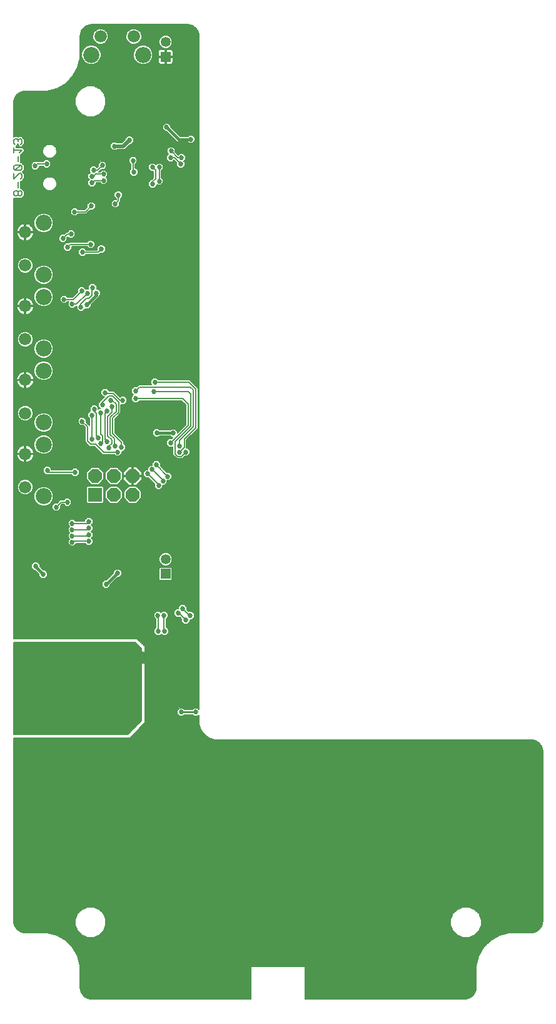
<source format=gbl>
G75*
G70*
%OFA0B0*%
%FSLAX24Y24*%
%IPPOS*%
%LPD*%
%AMOC8*
5,1,8,0,0,1.08239X$1,22.5*
%
%ADD10C,0.0080*%
%ADD11R,0.0531X0.0531*%
%ADD12C,0.0531*%
%ADD13C,0.0860*%
%ADD14C,0.0660*%
%ADD15R,0.0740X0.0740*%
%ADD16OC8,0.0740*%
%ADD17C,0.0060*%
%ADD18C,0.0270*%
%ADD19C,0.0150*%
%ADD20C,0.0100*%
%ADD21C,0.0200*%
D10*
X004790Y043107D02*
X004860Y043107D01*
X004930Y043177D01*
X004930Y043317D01*
X004860Y043387D01*
X004790Y043387D01*
X004720Y043317D01*
X004720Y043177D01*
X004790Y043107D01*
X004930Y043177D02*
X005000Y043107D01*
X005070Y043107D01*
X005140Y043177D01*
X005140Y043317D01*
X005070Y043387D01*
X005000Y043387D01*
X004930Y043317D01*
X004930Y043568D02*
X004930Y043848D01*
X005070Y044028D02*
X005140Y044098D01*
X005140Y044238D01*
X005070Y044308D01*
X005000Y044308D01*
X004720Y044028D01*
X004720Y044308D01*
X004790Y044488D02*
X005070Y044769D01*
X004790Y044769D01*
X004720Y044699D01*
X004720Y044558D01*
X004790Y044488D01*
X005070Y044488D01*
X005140Y044558D01*
X005140Y044699D01*
X005070Y044769D01*
X004930Y044949D02*
X004930Y045229D01*
X005000Y045409D02*
X005140Y045549D01*
X004720Y045549D01*
X004720Y045409D02*
X004720Y045689D01*
X004790Y045870D02*
X004720Y045940D01*
X004720Y046080D01*
X004790Y046150D01*
X004860Y046150D01*
X004930Y046080D01*
X004930Y046010D01*
X004930Y046080D02*
X005000Y046150D01*
X005070Y046150D01*
X005140Y046080D01*
X005140Y045940D01*
X005070Y045870D01*
D11*
X012798Y050534D03*
X012798Y022975D03*
D12*
X012798Y023762D03*
X012798Y051321D03*
D13*
X011597Y050636D03*
X008841Y050636D03*
X006298Y041675D03*
X006298Y038920D03*
X006298Y037738D03*
X006298Y034983D03*
X006298Y033801D03*
X006298Y031046D03*
X006298Y029864D03*
X006298Y027109D03*
D14*
X005317Y027601D03*
X005317Y029372D03*
X005317Y031538D03*
X005317Y033309D03*
X005317Y035475D03*
X005317Y037246D03*
X005317Y039412D03*
X005317Y041183D03*
X009333Y051616D03*
X011105Y051616D03*
D15*
X009042Y027199D03*
D16*
X009042Y028199D03*
X010042Y028199D03*
X010042Y027199D03*
X011042Y027199D03*
X011042Y028199D03*
D17*
X004776Y004195D02*
X004888Y004041D01*
X005042Y003930D01*
X005222Y003871D01*
X005317Y003863D01*
X006490Y003863D01*
X007007Y003725D01*
X007007Y003725D01*
X007470Y003458D01*
X007470Y003458D01*
X007848Y003080D01*
X007848Y003080D01*
X008115Y002617D01*
X008115Y002617D01*
X008253Y002100D01*
X008253Y000927D01*
X008261Y000832D01*
X008319Y000652D01*
X008431Y000498D01*
X008585Y000386D01*
X008766Y000327D01*
X008861Y000320D01*
X017354Y000320D01*
X017354Y002042D01*
X017372Y002060D01*
X020231Y002060D01*
X020249Y002042D01*
X020249Y000320D01*
X028743Y000320D01*
X028838Y000327D01*
X029018Y000386D01*
X029172Y000498D01*
X029284Y000652D01*
X029342Y000832D01*
X029350Y000927D01*
X029350Y002100D01*
X029488Y002617D01*
X029488Y002617D01*
X029756Y003080D01*
X029756Y003080D01*
X030134Y003458D01*
X030134Y003458D01*
X030597Y003725D01*
X030597Y003725D01*
X031113Y003863D01*
X032286Y003863D01*
X032381Y003871D01*
X032562Y003930D01*
X032715Y004041D01*
X032827Y004195D01*
X032886Y004376D01*
X032893Y004471D01*
X032893Y013526D01*
X032886Y013621D01*
X032827Y013802D01*
X032715Y013955D01*
X032562Y014067D01*
X032381Y014126D01*
X032286Y014133D01*
X015400Y014133D01*
X015109Y014228D01*
X015109Y014228D01*
X014861Y014408D01*
X014861Y014408D01*
X014861Y014408D01*
X014681Y014656D01*
X014681Y014656D01*
X014586Y014947D01*
X014586Y015469D01*
X014505Y015387D01*
X014319Y015387D01*
X014234Y015472D01*
X013803Y015472D01*
X013718Y015387D01*
X013531Y015387D01*
X013399Y015519D01*
X013399Y015706D01*
X013531Y015837D01*
X013718Y015837D01*
X013803Y015752D01*
X014234Y015752D01*
X014319Y015837D01*
X014505Y015837D01*
X014586Y015756D01*
X014586Y051636D01*
X014579Y051731D01*
X014520Y051912D01*
X014408Y052066D01*
X014255Y052177D01*
X014074Y052236D01*
X013979Y052243D01*
X008861Y052243D01*
X008766Y052236D01*
X008585Y052177D01*
X008431Y052066D01*
X008319Y051912D01*
X008261Y051731D01*
X008253Y051636D01*
X008253Y050463D01*
X008115Y049947D01*
X008115Y049947D01*
X007848Y049484D01*
X007848Y049484D01*
X007470Y049106D01*
X007470Y049106D01*
X007007Y048839D01*
X007007Y048839D01*
X006490Y048700D01*
X005317Y048700D01*
X005222Y048693D01*
X005042Y048634D01*
X004888Y048522D01*
X004776Y048369D01*
X004717Y048188D01*
X004710Y048093D01*
X004710Y046254D01*
X004736Y046280D01*
X004914Y046280D01*
X004930Y046264D01*
X004946Y046280D01*
X005124Y046280D01*
X005174Y046230D01*
X005194Y046210D01*
X005194Y046210D01*
X005221Y046183D01*
X005270Y046134D01*
X005270Y045886D01*
X005222Y045838D01*
X005194Y045810D01*
X005194Y045810D01*
X005124Y045740D01*
X005016Y045740D01*
X004940Y045816D01*
X004940Y045880D01*
X004920Y045880D01*
X004920Y045816D01*
X004849Y045744D01*
X004850Y045743D01*
X004850Y045679D01*
X005194Y045679D01*
X005269Y045604D01*
X005270Y045603D01*
X005270Y045495D01*
X005059Y045284D01*
X005060Y045283D01*
X005060Y044899D01*
X005124Y044899D01*
X005176Y044846D01*
X005194Y044829D01*
X005194Y044829D01*
X005221Y044802D01*
X005270Y044752D01*
X005270Y044505D01*
X005197Y044431D01*
X005194Y044428D01*
X005194Y044428D01*
X005172Y044406D01*
X005164Y044398D01*
X005172Y044390D01*
X005194Y044368D01*
X005194Y044368D01*
X005222Y044340D01*
X005270Y044292D01*
X005270Y044044D01*
X005221Y043995D01*
X005194Y043968D01*
X005194Y043968D01*
X005124Y043898D01*
X005060Y043898D01*
X005060Y043517D01*
X005124Y043517D01*
X005174Y043468D01*
X005194Y043447D01*
X005194Y043447D01*
X005221Y043421D01*
X005270Y043371D01*
X005270Y043123D01*
X005222Y043075D01*
X005194Y043047D01*
X005194Y043047D01*
X005182Y043035D01*
X005124Y042977D01*
X004946Y042977D01*
X004930Y042993D01*
X004914Y042977D01*
X004736Y042977D01*
X004710Y043003D01*
X004710Y019536D01*
X011266Y019536D01*
X011660Y019143D01*
X011722Y019081D01*
X011722Y018856D01*
X011660Y018795D01*
X011573Y018795D01*
X011512Y018856D01*
X011512Y018994D01*
X011179Y019326D01*
X004710Y019326D01*
X004710Y014418D01*
X010786Y014418D01*
X011512Y015144D01*
X011512Y018176D01*
X011573Y018237D01*
X011660Y018237D01*
X011722Y018176D01*
X011722Y015057D01*
X010934Y014270D01*
X010873Y014208D01*
X004710Y014208D01*
X004710Y004471D01*
X004717Y004376D01*
X004776Y004195D01*
X004790Y004177D02*
X008003Y004177D01*
X007979Y004235D02*
X004763Y004235D01*
X004744Y004294D02*
X007975Y004294D01*
X007975Y004244D02*
X007975Y004571D01*
X008100Y004874D01*
X008332Y005105D01*
X008634Y005230D01*
X008961Y005230D01*
X009264Y005105D01*
X009495Y004874D01*
X009620Y004571D01*
X009620Y004244D01*
X009495Y003942D01*
X009264Y003710D01*
X008961Y003585D01*
X008634Y003585D01*
X008332Y003710D01*
X008100Y003942D01*
X007975Y004244D01*
X007975Y004352D02*
X004725Y004352D01*
X004715Y004411D02*
X007975Y004411D01*
X007975Y004469D02*
X004710Y004469D01*
X004710Y004528D02*
X007975Y004528D01*
X007981Y004586D02*
X004710Y004586D01*
X004710Y004645D02*
X008006Y004645D01*
X008030Y004703D02*
X004710Y004703D01*
X004710Y004762D02*
X008054Y004762D01*
X008078Y004820D02*
X004710Y004820D01*
X004710Y004879D02*
X008105Y004879D01*
X008164Y004937D02*
X004710Y004937D01*
X004710Y004996D02*
X008222Y004996D01*
X008281Y005054D02*
X004710Y005054D01*
X004710Y005113D02*
X008350Y005113D01*
X008491Y005171D02*
X004710Y005171D01*
X004710Y005230D02*
X008632Y005230D01*
X008963Y005230D02*
X028640Y005230D01*
X028642Y005230D02*
X028340Y005105D01*
X028108Y004874D01*
X027983Y004571D01*
X027983Y004244D01*
X028108Y003942D01*
X028340Y003710D01*
X028642Y003585D01*
X028969Y003585D01*
X029271Y003710D01*
X029503Y003942D01*
X029628Y004244D01*
X029628Y004571D01*
X029503Y004874D01*
X029271Y005105D01*
X028969Y005230D01*
X028642Y005230D01*
X028499Y005171D02*
X009104Y005171D01*
X009245Y005113D02*
X028358Y005113D01*
X028289Y005054D02*
X009315Y005054D01*
X009373Y004996D02*
X028230Y004996D01*
X028172Y004937D02*
X009432Y004937D01*
X009490Y004879D02*
X028113Y004879D01*
X028086Y004820D02*
X009517Y004820D01*
X009541Y004762D02*
X028062Y004762D01*
X028038Y004703D02*
X009566Y004703D01*
X009590Y004645D02*
X028013Y004645D01*
X027989Y004586D02*
X009614Y004586D01*
X009620Y004528D02*
X027983Y004528D01*
X027983Y004469D02*
X009620Y004469D01*
X009620Y004411D02*
X027983Y004411D01*
X027983Y004352D02*
X009620Y004352D01*
X009620Y004294D02*
X027983Y004294D01*
X027987Y004235D02*
X009616Y004235D01*
X009592Y004177D02*
X028011Y004177D01*
X028035Y004118D02*
X009568Y004118D01*
X009544Y004060D02*
X028060Y004060D01*
X028084Y004001D02*
X009519Y004001D01*
X009495Y003943D02*
X028108Y003943D01*
X028166Y003884D02*
X009437Y003884D01*
X009379Y003826D02*
X028225Y003826D01*
X028283Y003767D02*
X009320Y003767D01*
X009259Y003709D02*
X028344Y003709D01*
X028486Y003650D02*
X009118Y003650D01*
X008976Y003592D02*
X028627Y003592D01*
X028984Y003592D02*
X030366Y003592D01*
X030467Y003650D02*
X029126Y003650D01*
X029267Y003709D02*
X030568Y003709D01*
X030754Y003767D02*
X029328Y003767D01*
X029387Y003826D02*
X030972Y003826D01*
X030264Y003533D02*
X007339Y003533D01*
X007440Y003475D02*
X030163Y003475D01*
X030092Y003416D02*
X007511Y003416D01*
X007570Y003358D02*
X030034Y003358D01*
X029975Y003299D02*
X007628Y003299D01*
X007687Y003241D02*
X029917Y003241D01*
X029858Y003182D02*
X007745Y003182D01*
X007804Y003124D02*
X029800Y003124D01*
X029756Y003080D02*
X029756Y003080D01*
X029747Y003065D02*
X007856Y003065D01*
X007890Y003007D02*
X029713Y003007D01*
X029680Y002948D02*
X007924Y002948D01*
X007957Y002890D02*
X029646Y002890D01*
X029612Y002831D02*
X007991Y002831D01*
X008025Y002773D02*
X029578Y002773D01*
X029545Y002714D02*
X008059Y002714D01*
X008092Y002656D02*
X029511Y002656D01*
X029483Y002597D02*
X008120Y002597D01*
X008136Y002539D02*
X029467Y002539D01*
X029452Y002480D02*
X008152Y002480D01*
X008167Y002422D02*
X029436Y002422D01*
X029420Y002363D02*
X008183Y002363D01*
X008199Y002305D02*
X029405Y002305D01*
X029389Y002246D02*
X008214Y002246D01*
X008230Y002188D02*
X029373Y002188D01*
X029358Y002129D02*
X008246Y002129D01*
X008253Y002071D02*
X029350Y002071D01*
X029350Y002012D02*
X020249Y002012D01*
X020249Y001954D02*
X029350Y001954D01*
X029350Y001895D02*
X020249Y001895D01*
X020249Y001837D02*
X029350Y001837D01*
X029350Y001778D02*
X020249Y001778D01*
X020249Y001720D02*
X029350Y001720D01*
X029350Y001661D02*
X020249Y001661D01*
X020249Y001603D02*
X029350Y001603D01*
X029350Y001544D02*
X020249Y001544D01*
X020249Y001486D02*
X029350Y001486D01*
X029350Y001427D02*
X020249Y001427D01*
X020249Y001369D02*
X029350Y001369D01*
X029350Y001310D02*
X020249Y001310D01*
X020249Y001252D02*
X029350Y001252D01*
X029350Y001193D02*
X020249Y001193D01*
X020249Y001135D02*
X029350Y001135D01*
X029350Y001076D02*
X020249Y001076D01*
X020249Y001018D02*
X029350Y001018D01*
X029350Y000959D02*
X020249Y000959D01*
X020249Y000901D02*
X029348Y000901D01*
X029343Y000842D02*
X020249Y000842D01*
X020249Y000784D02*
X029327Y000784D01*
X029308Y000725D02*
X020249Y000725D01*
X020249Y000667D02*
X029289Y000667D01*
X029252Y000608D02*
X020249Y000608D01*
X020249Y000550D02*
X029210Y000550D01*
X029163Y000491D02*
X020249Y000491D01*
X020249Y000433D02*
X029082Y000433D01*
X028981Y000374D02*
X020249Y000374D01*
X017354Y000374D02*
X008622Y000374D01*
X008521Y000433D02*
X017354Y000433D01*
X017354Y000491D02*
X008441Y000491D01*
X008394Y000550D02*
X017354Y000550D01*
X017354Y000608D02*
X008351Y000608D01*
X008315Y000667D02*
X017354Y000667D01*
X017354Y000725D02*
X008296Y000725D01*
X008277Y000784D02*
X017354Y000784D01*
X017354Y000842D02*
X008260Y000842D01*
X008255Y000901D02*
X017354Y000901D01*
X017354Y000959D02*
X008253Y000959D01*
X008253Y001018D02*
X017354Y001018D01*
X017354Y001076D02*
X008253Y001076D01*
X008253Y001135D02*
X017354Y001135D01*
X017354Y001193D02*
X008253Y001193D01*
X008253Y001252D02*
X017354Y001252D01*
X017354Y001310D02*
X008253Y001310D01*
X008253Y001369D02*
X017354Y001369D01*
X017354Y001427D02*
X008253Y001427D01*
X008253Y001486D02*
X017354Y001486D01*
X017354Y001544D02*
X008253Y001544D01*
X008253Y001603D02*
X017354Y001603D01*
X017354Y001661D02*
X008253Y001661D01*
X008253Y001720D02*
X017354Y001720D01*
X017354Y001778D02*
X008253Y001778D01*
X008253Y001837D02*
X017354Y001837D01*
X017354Y001895D02*
X008253Y001895D01*
X008253Y001954D02*
X017354Y001954D01*
X017354Y002012D02*
X008253Y002012D01*
X008619Y003592D02*
X007238Y003592D01*
X007136Y003650D02*
X008478Y003650D01*
X008336Y003709D02*
X007035Y003709D01*
X006850Y003767D02*
X008275Y003767D01*
X008217Y003826D02*
X006631Y003826D01*
X005182Y003884D02*
X008158Y003884D01*
X008100Y003943D02*
X005024Y003943D01*
X004943Y004001D02*
X008076Y004001D01*
X008052Y004060D02*
X004875Y004060D01*
X004832Y004118D02*
X008027Y004118D01*
X004710Y005288D02*
X032893Y005288D01*
X032893Y005230D02*
X028971Y005230D01*
X029112Y005171D02*
X032893Y005171D01*
X032893Y005113D02*
X029253Y005113D01*
X029322Y005054D02*
X032893Y005054D01*
X032893Y004996D02*
X029381Y004996D01*
X029439Y004937D02*
X032893Y004937D01*
X032893Y004879D02*
X029498Y004879D01*
X029525Y004820D02*
X032893Y004820D01*
X032893Y004762D02*
X029549Y004762D01*
X029574Y004703D02*
X032893Y004703D01*
X032893Y004645D02*
X029598Y004645D01*
X029622Y004586D02*
X032893Y004586D01*
X032893Y004528D02*
X029628Y004528D01*
X029628Y004469D02*
X032893Y004469D01*
X032889Y004411D02*
X029628Y004411D01*
X029628Y004352D02*
X032878Y004352D01*
X032859Y004294D02*
X029628Y004294D01*
X029624Y004235D02*
X032840Y004235D01*
X032814Y004177D02*
X029600Y004177D01*
X029576Y004118D02*
X032771Y004118D01*
X032729Y004060D02*
X029552Y004060D01*
X029527Y004001D02*
X032660Y004001D01*
X032580Y003943D02*
X029503Y003943D01*
X029445Y003884D02*
X032422Y003884D01*
X032893Y005347D02*
X004710Y005347D01*
X004710Y005405D02*
X032893Y005405D01*
X032893Y005464D02*
X004710Y005464D01*
X004710Y005522D02*
X032893Y005522D01*
X032893Y005581D02*
X004710Y005581D01*
X004710Y005639D02*
X032893Y005639D01*
X032893Y005698D02*
X004710Y005698D01*
X004710Y005756D02*
X032893Y005756D01*
X032893Y005815D02*
X004710Y005815D01*
X004710Y005873D02*
X032893Y005873D01*
X032893Y005932D02*
X004710Y005932D01*
X004710Y005990D02*
X032893Y005990D01*
X032893Y006049D02*
X004710Y006049D01*
X004710Y006107D02*
X032893Y006107D01*
X032893Y006166D02*
X004710Y006166D01*
X004710Y006224D02*
X032893Y006224D01*
X032893Y006283D02*
X004710Y006283D01*
X004710Y006341D02*
X032893Y006341D01*
X032893Y006400D02*
X004710Y006400D01*
X004710Y006458D02*
X032893Y006458D01*
X032893Y006517D02*
X004710Y006517D01*
X004710Y006575D02*
X032893Y006575D01*
X032893Y006634D02*
X004710Y006634D01*
X004710Y006692D02*
X032893Y006692D01*
X032893Y006751D02*
X004710Y006751D01*
X004710Y006809D02*
X032893Y006809D01*
X032893Y006868D02*
X004710Y006868D01*
X004710Y006926D02*
X032893Y006926D01*
X032893Y006985D02*
X004710Y006985D01*
X004710Y007043D02*
X032893Y007043D01*
X032893Y007102D02*
X004710Y007102D01*
X004710Y007160D02*
X032893Y007160D01*
X032893Y007219D02*
X004710Y007219D01*
X004710Y007277D02*
X032893Y007277D01*
X032893Y007336D02*
X004710Y007336D01*
X004710Y007394D02*
X032893Y007394D01*
X032893Y007453D02*
X004710Y007453D01*
X004710Y007511D02*
X032893Y007511D01*
X032893Y007570D02*
X004710Y007570D01*
X004710Y007628D02*
X032893Y007628D01*
X032893Y007687D02*
X004710Y007687D01*
X004710Y007745D02*
X032893Y007745D01*
X032893Y007804D02*
X004710Y007804D01*
X004710Y007862D02*
X032893Y007862D01*
X032893Y007921D02*
X004710Y007921D01*
X004710Y007979D02*
X032893Y007979D01*
X032893Y008038D02*
X004710Y008038D01*
X004710Y008096D02*
X032893Y008096D01*
X032893Y008155D02*
X004710Y008155D01*
X004710Y008213D02*
X032893Y008213D01*
X032893Y008272D02*
X004710Y008272D01*
X004710Y008330D02*
X032893Y008330D01*
X032893Y008389D02*
X004710Y008389D01*
X004710Y008447D02*
X032893Y008447D01*
X032893Y008506D02*
X004710Y008506D01*
X004710Y008564D02*
X032893Y008564D01*
X032893Y008623D02*
X004710Y008623D01*
X004710Y008681D02*
X032893Y008681D01*
X032893Y008740D02*
X004710Y008740D01*
X004710Y008798D02*
X032893Y008798D01*
X032893Y008857D02*
X004710Y008857D01*
X004710Y008915D02*
X032893Y008915D01*
X032893Y008974D02*
X004710Y008974D01*
X004710Y009032D02*
X032893Y009032D01*
X032893Y009091D02*
X004710Y009091D01*
X004710Y009149D02*
X032893Y009149D01*
X032893Y009208D02*
X004710Y009208D01*
X004710Y009266D02*
X032893Y009266D01*
X032893Y009325D02*
X004710Y009325D01*
X004710Y009383D02*
X032893Y009383D01*
X032893Y009442D02*
X004710Y009442D01*
X004710Y009500D02*
X032893Y009500D01*
X032893Y009559D02*
X004710Y009559D01*
X004710Y009617D02*
X032893Y009617D01*
X032893Y009676D02*
X004710Y009676D01*
X004710Y009734D02*
X032893Y009734D01*
X032893Y009793D02*
X004710Y009793D01*
X004710Y009851D02*
X032893Y009851D01*
X032893Y009910D02*
X004710Y009910D01*
X004710Y009968D02*
X032893Y009968D01*
X032893Y010027D02*
X004710Y010027D01*
X004710Y010085D02*
X032893Y010085D01*
X032893Y010144D02*
X004710Y010144D01*
X004710Y010202D02*
X032893Y010202D01*
X032893Y010261D02*
X004710Y010261D01*
X004710Y010319D02*
X032893Y010319D01*
X032893Y010378D02*
X004710Y010378D01*
X004710Y010436D02*
X032893Y010436D01*
X032893Y010495D02*
X004710Y010495D01*
X004710Y010553D02*
X032893Y010553D01*
X032893Y010612D02*
X004710Y010612D01*
X004710Y010670D02*
X032893Y010670D01*
X032893Y010729D02*
X004710Y010729D01*
X004710Y010787D02*
X032893Y010787D01*
X032893Y010846D02*
X004710Y010846D01*
X004710Y010904D02*
X032893Y010904D01*
X032893Y010963D02*
X004710Y010963D01*
X004710Y011021D02*
X032893Y011021D01*
X032893Y011080D02*
X004710Y011080D01*
X004710Y011138D02*
X032893Y011138D01*
X032893Y011197D02*
X004710Y011197D01*
X004710Y011255D02*
X032893Y011255D01*
X032893Y011314D02*
X004710Y011314D01*
X004710Y011372D02*
X032893Y011372D01*
X032893Y011431D02*
X004710Y011431D01*
X004710Y011489D02*
X032893Y011489D01*
X032893Y011548D02*
X004710Y011548D01*
X004710Y011606D02*
X032893Y011606D01*
X032893Y011665D02*
X004710Y011665D01*
X004710Y011723D02*
X032893Y011723D01*
X032893Y011782D02*
X004710Y011782D01*
X004710Y011840D02*
X032893Y011840D01*
X032893Y011899D02*
X004710Y011899D01*
X004710Y011957D02*
X032893Y011957D01*
X032893Y012016D02*
X004710Y012016D01*
X004710Y012074D02*
X032893Y012074D01*
X032893Y012133D02*
X004710Y012133D01*
X004710Y012191D02*
X032893Y012191D01*
X032893Y012250D02*
X004710Y012250D01*
X004710Y012308D02*
X032893Y012308D01*
X032893Y012367D02*
X004710Y012367D01*
X004710Y012425D02*
X032893Y012425D01*
X032893Y012484D02*
X004710Y012484D01*
X004710Y012542D02*
X032893Y012542D01*
X032893Y012601D02*
X004710Y012601D01*
X004710Y012659D02*
X032893Y012659D01*
X032893Y012718D02*
X004710Y012718D01*
X004710Y012776D02*
X032893Y012776D01*
X032893Y012835D02*
X004710Y012835D01*
X004710Y012893D02*
X032893Y012893D01*
X032893Y012952D02*
X004710Y012952D01*
X004710Y013010D02*
X032893Y013010D01*
X032893Y013069D02*
X004710Y013069D01*
X004710Y013127D02*
X032893Y013127D01*
X032893Y013186D02*
X004710Y013186D01*
X004710Y013244D02*
X032893Y013244D01*
X032893Y013303D02*
X004710Y013303D01*
X004710Y013361D02*
X032893Y013361D01*
X032893Y013420D02*
X004710Y013420D01*
X004710Y013478D02*
X032893Y013478D01*
X032892Y013537D02*
X004710Y013537D01*
X004710Y013595D02*
X032888Y013595D01*
X032875Y013654D02*
X004710Y013654D01*
X004710Y013712D02*
X032856Y013712D01*
X032837Y013771D02*
X004710Y013771D01*
X004710Y013829D02*
X032807Y013829D01*
X032765Y013888D02*
X004710Y013888D01*
X004710Y013946D02*
X032722Y013946D01*
X032648Y014005D02*
X004710Y014005D01*
X004710Y014063D02*
X032567Y014063D01*
X032394Y014122D02*
X004710Y014122D01*
X004710Y014180D02*
X015256Y014180D01*
X015094Y014239D02*
X010903Y014239D01*
X010962Y014297D02*
X015014Y014297D01*
X014933Y014356D02*
X011020Y014356D01*
X011079Y014414D02*
X014857Y014414D01*
X014814Y014473D02*
X011137Y014473D01*
X011196Y014531D02*
X014772Y014531D01*
X014729Y014590D02*
X011254Y014590D01*
X011313Y014648D02*
X014687Y014648D01*
X014664Y014707D02*
X011371Y014707D01*
X011430Y014765D02*
X014645Y014765D01*
X014626Y014824D02*
X011488Y014824D01*
X011547Y014882D02*
X014607Y014882D01*
X014588Y014941D02*
X011605Y014941D01*
X011664Y014999D02*
X014586Y014999D01*
X014586Y015058D02*
X011722Y015058D01*
X011722Y015116D02*
X014586Y015116D01*
X014586Y015175D02*
X011722Y015175D01*
X011722Y015233D02*
X014586Y015233D01*
X014586Y015292D02*
X011722Y015292D01*
X011722Y015350D02*
X014586Y015350D01*
X014586Y015409D02*
X014526Y015409D01*
X014585Y015467D02*
X014586Y015467D01*
X014583Y015760D02*
X014586Y015760D01*
X014586Y015818D02*
X014524Y015818D01*
X014586Y015877D02*
X011722Y015877D01*
X011722Y015935D02*
X014586Y015935D01*
X014586Y015994D02*
X011722Y015994D01*
X011722Y016052D02*
X014586Y016052D01*
X014586Y016111D02*
X011722Y016111D01*
X011722Y016169D02*
X014586Y016169D01*
X014586Y016228D02*
X011722Y016228D01*
X011722Y016286D02*
X014586Y016286D01*
X014586Y016345D02*
X011722Y016345D01*
X011722Y016403D02*
X014586Y016403D01*
X014586Y016462D02*
X011722Y016462D01*
X011722Y016520D02*
X014586Y016520D01*
X014586Y016579D02*
X011722Y016579D01*
X011722Y016637D02*
X014586Y016637D01*
X014586Y016696D02*
X011722Y016696D01*
X011722Y016754D02*
X014586Y016754D01*
X014586Y016813D02*
X011722Y016813D01*
X011722Y016871D02*
X014586Y016871D01*
X014586Y016930D02*
X011722Y016930D01*
X011722Y016988D02*
X014586Y016988D01*
X014586Y017047D02*
X011722Y017047D01*
X011722Y017105D02*
X014586Y017105D01*
X014586Y017164D02*
X011722Y017164D01*
X011722Y017222D02*
X014586Y017222D01*
X014586Y017281D02*
X011722Y017281D01*
X011722Y017339D02*
X014586Y017339D01*
X014586Y017398D02*
X011722Y017398D01*
X011722Y017456D02*
X014586Y017456D01*
X014586Y017515D02*
X011722Y017515D01*
X011722Y017573D02*
X014586Y017573D01*
X014586Y017632D02*
X011722Y017632D01*
X011722Y017690D02*
X014586Y017690D01*
X014586Y017749D02*
X011722Y017749D01*
X011722Y017807D02*
X014586Y017807D01*
X014586Y017866D02*
X011722Y017866D01*
X011722Y017924D02*
X014586Y017924D01*
X014586Y017983D02*
X011722Y017983D01*
X011722Y018041D02*
X014586Y018041D01*
X014586Y018100D02*
X011722Y018100D01*
X011722Y018158D02*
X014586Y018158D01*
X014586Y018217D02*
X011681Y018217D01*
X011553Y018217D02*
X004710Y018217D01*
X004710Y018275D02*
X014586Y018275D01*
X014586Y018334D02*
X004710Y018334D01*
X004710Y018392D02*
X014586Y018392D01*
X014586Y018451D02*
X004710Y018451D01*
X004710Y018509D02*
X014586Y018509D01*
X014586Y018568D02*
X004710Y018568D01*
X004710Y018626D02*
X014586Y018626D01*
X014586Y018685D02*
X004710Y018685D01*
X004710Y018743D02*
X014586Y018743D01*
X014586Y018802D02*
X011667Y018802D01*
X011722Y018860D02*
X014586Y018860D01*
X014586Y018919D02*
X011722Y018919D01*
X011722Y018977D02*
X014586Y018977D01*
X014586Y019036D02*
X011722Y019036D01*
X011709Y019094D02*
X014586Y019094D01*
X014586Y019153D02*
X011650Y019153D01*
X011592Y019211D02*
X014586Y019211D01*
X014586Y019270D02*
X011533Y019270D01*
X011475Y019328D02*
X014586Y019328D01*
X014586Y019387D02*
X011416Y019387D01*
X011358Y019445D02*
X014586Y019445D01*
X014586Y019504D02*
X011299Y019504D01*
X011236Y019270D02*
X004710Y019270D01*
X004710Y019211D02*
X011295Y019211D01*
X011353Y019153D02*
X004710Y019153D01*
X004710Y019094D02*
X011412Y019094D01*
X011470Y019036D02*
X004710Y019036D01*
X004710Y018977D02*
X011512Y018977D01*
X011512Y018919D02*
X004710Y018919D01*
X004710Y018860D02*
X011512Y018860D01*
X011566Y018802D02*
X004710Y018802D01*
X004710Y018158D02*
X011512Y018158D01*
X011512Y018100D02*
X004710Y018100D01*
X004710Y018041D02*
X011512Y018041D01*
X011512Y017983D02*
X004710Y017983D01*
X004710Y017924D02*
X011512Y017924D01*
X011512Y017866D02*
X004710Y017866D01*
X004710Y017807D02*
X011512Y017807D01*
X011512Y017749D02*
X004710Y017749D01*
X004710Y017690D02*
X011512Y017690D01*
X011512Y017632D02*
X004710Y017632D01*
X004710Y017573D02*
X011512Y017573D01*
X011512Y017515D02*
X004710Y017515D01*
X004710Y017456D02*
X011512Y017456D01*
X011512Y017398D02*
X004710Y017398D01*
X004710Y017339D02*
X011512Y017339D01*
X011512Y017281D02*
X004710Y017281D01*
X004710Y017222D02*
X011512Y017222D01*
X011512Y017164D02*
X004710Y017164D01*
X004710Y017105D02*
X011512Y017105D01*
X011512Y017047D02*
X004710Y017047D01*
X004710Y016988D02*
X011512Y016988D01*
X011512Y016930D02*
X004710Y016930D01*
X004710Y016871D02*
X011512Y016871D01*
X011512Y016813D02*
X004710Y016813D01*
X004710Y016754D02*
X011512Y016754D01*
X011512Y016696D02*
X004710Y016696D01*
X004710Y016637D02*
X011512Y016637D01*
X011512Y016579D02*
X004710Y016579D01*
X004710Y016520D02*
X011512Y016520D01*
X011512Y016462D02*
X004710Y016462D01*
X004710Y016403D02*
X011512Y016403D01*
X011512Y016345D02*
X004710Y016345D01*
X004710Y016286D02*
X011512Y016286D01*
X011512Y016228D02*
X004710Y016228D01*
X004710Y016169D02*
X011512Y016169D01*
X011512Y016111D02*
X004710Y016111D01*
X004710Y016052D02*
X011512Y016052D01*
X011512Y015994D02*
X004710Y015994D01*
X004710Y015935D02*
X011512Y015935D01*
X011512Y015877D02*
X004710Y015877D01*
X004710Y015818D02*
X011512Y015818D01*
X011512Y015760D02*
X004710Y015760D01*
X004710Y015701D02*
X011512Y015701D01*
X011512Y015643D02*
X004710Y015643D01*
X004710Y015584D02*
X011512Y015584D01*
X011512Y015526D02*
X004710Y015526D01*
X004710Y015467D02*
X011512Y015467D01*
X011512Y015409D02*
X004710Y015409D01*
X004710Y015350D02*
X011512Y015350D01*
X011512Y015292D02*
X004710Y015292D01*
X004710Y015233D02*
X011512Y015233D01*
X011512Y015175D02*
X004710Y015175D01*
X004710Y015116D02*
X011484Y015116D01*
X011425Y015058D02*
X004710Y015058D01*
X004710Y014999D02*
X011367Y014999D01*
X011308Y014941D02*
X004710Y014941D01*
X004710Y014882D02*
X011250Y014882D01*
X011191Y014824D02*
X004710Y014824D01*
X004710Y014765D02*
X011133Y014765D01*
X011074Y014707D02*
X004710Y014707D01*
X004710Y014648D02*
X011016Y014648D01*
X010957Y014590D02*
X004710Y014590D01*
X004710Y014531D02*
X010899Y014531D01*
X010840Y014473D02*
X004710Y014473D01*
X004710Y019562D02*
X014586Y019562D01*
X014586Y019621D02*
X004710Y019621D01*
X004710Y019679D02*
X014586Y019679D01*
X014586Y019738D02*
X012871Y019738D01*
X012832Y019698D02*
X012964Y019830D01*
X012964Y020017D01*
X012839Y020141D01*
X012839Y020572D01*
X012944Y020677D01*
X012944Y020863D01*
X012812Y020995D01*
X012626Y020995D01*
X012552Y020921D01*
X012477Y020995D01*
X012291Y020995D01*
X012159Y020863D01*
X012159Y020677D01*
X012284Y020552D01*
X012284Y020122D01*
X012179Y020017D01*
X012179Y019830D01*
X012311Y019698D01*
X012497Y019698D01*
X012571Y019773D01*
X012645Y019698D01*
X012832Y019698D01*
X012929Y019796D02*
X014586Y019796D01*
X014586Y019855D02*
X012964Y019855D01*
X012964Y019913D02*
X014586Y019913D01*
X014586Y019972D02*
X012964Y019972D01*
X012950Y020030D02*
X014586Y020030D01*
X014586Y020089D02*
X012892Y020089D01*
X012839Y020147D02*
X014586Y020147D01*
X014586Y020206D02*
X012839Y020206D01*
X012839Y020264D02*
X014586Y020264D01*
X014586Y020323D02*
X014007Y020323D01*
X013974Y020289D02*
X014105Y020421D01*
X014105Y020525D01*
X014210Y020525D01*
X014342Y020657D01*
X014342Y020843D01*
X014210Y020975D01*
X014023Y020975D01*
X014023Y020975D01*
X013928Y021069D01*
X013928Y021217D01*
X013796Y021349D01*
X013610Y021349D01*
X013478Y021217D01*
X013478Y021113D01*
X013374Y021113D01*
X013242Y020981D01*
X013242Y020795D01*
X013374Y020663D01*
X013560Y020663D01*
X013561Y020664D01*
X013655Y020569D01*
X013655Y020421D01*
X013787Y020289D01*
X013974Y020289D01*
X014066Y020381D02*
X014586Y020381D01*
X014586Y020440D02*
X014105Y020440D01*
X014105Y020498D02*
X014586Y020498D01*
X014586Y020557D02*
X014241Y020557D01*
X014300Y020615D02*
X014586Y020615D01*
X014586Y020674D02*
X014342Y020674D01*
X014342Y020732D02*
X014586Y020732D01*
X014586Y020791D02*
X014342Y020791D01*
X014336Y020849D02*
X014586Y020849D01*
X014586Y020908D02*
X014277Y020908D01*
X014219Y020966D02*
X014586Y020966D01*
X014586Y021025D02*
X013973Y021025D01*
X013928Y021083D02*
X014586Y021083D01*
X014586Y021142D02*
X013928Y021142D01*
X013928Y021200D02*
X014586Y021200D01*
X014586Y021259D02*
X013887Y021259D01*
X013829Y021317D02*
X014586Y021317D01*
X014586Y021376D02*
X004710Y021376D01*
X004710Y021434D02*
X014586Y021434D01*
X014586Y021493D02*
X004710Y021493D01*
X004710Y021551D02*
X014586Y021551D01*
X014586Y021610D02*
X004710Y021610D01*
X004710Y021668D02*
X014586Y021668D01*
X014586Y021727D02*
X004710Y021727D01*
X004710Y021785D02*
X014586Y021785D01*
X014586Y021844D02*
X004710Y021844D01*
X004710Y021902D02*
X014586Y021902D01*
X014586Y021961D02*
X004710Y021961D01*
X004710Y022019D02*
X014586Y022019D01*
X014586Y022078D02*
X004710Y022078D01*
X004710Y022136D02*
X014586Y022136D01*
X014586Y022195D02*
X004710Y022195D01*
X004710Y022253D02*
X009481Y022253D01*
X009535Y022198D02*
X009722Y022198D01*
X009853Y022330D01*
X009853Y022395D01*
X010247Y022789D01*
X010332Y022789D01*
X010464Y022921D01*
X010464Y023107D01*
X010332Y023239D01*
X010145Y023239D01*
X010014Y023107D01*
X010014Y023022D01*
X009640Y022648D01*
X009535Y022648D01*
X009403Y022517D01*
X009403Y022330D01*
X009535Y022198D01*
X009422Y022312D02*
X004710Y022312D01*
X004710Y022370D02*
X009403Y022370D01*
X009403Y022429D02*
X004710Y022429D01*
X004710Y022487D02*
X009403Y022487D01*
X009432Y022546D02*
X004710Y022546D01*
X004710Y022604D02*
X009491Y022604D01*
X009654Y022663D02*
X004710Y022663D01*
X004710Y022721D02*
X009712Y022721D01*
X009771Y022780D02*
X006425Y022780D01*
X006375Y022730D02*
X006507Y022862D01*
X006507Y023048D01*
X006375Y023180D01*
X006290Y023180D01*
X006094Y023377D01*
X006094Y023481D01*
X005962Y023613D01*
X005775Y023613D01*
X005644Y023481D01*
X005644Y023295D01*
X005775Y023163D01*
X005841Y023163D01*
X006057Y022947D01*
X006057Y022862D01*
X006189Y022730D01*
X006375Y022730D01*
X006483Y022838D02*
X009829Y022838D01*
X009888Y022897D02*
X006507Y022897D01*
X006507Y022955D02*
X009946Y022955D01*
X010005Y023014D02*
X006507Y023014D01*
X006483Y023072D02*
X010014Y023072D01*
X010037Y023131D02*
X006424Y023131D01*
X006281Y023189D02*
X010096Y023189D01*
X010382Y023189D02*
X012442Y023189D01*
X012442Y023131D02*
X010440Y023131D01*
X010464Y023072D02*
X012442Y023072D01*
X012442Y023014D02*
X010464Y023014D01*
X010464Y022955D02*
X012442Y022955D01*
X012442Y022897D02*
X010439Y022897D01*
X010381Y022838D02*
X012442Y022838D01*
X012442Y022780D02*
X010238Y022780D01*
X010179Y022721D02*
X012442Y022721D01*
X012442Y022672D02*
X012495Y022619D01*
X013101Y022619D01*
X013153Y022672D01*
X013153Y023278D01*
X013101Y023330D01*
X012495Y023330D01*
X012442Y023278D01*
X012442Y022672D01*
X012451Y022663D02*
X010121Y022663D01*
X010062Y022604D02*
X014586Y022604D01*
X014586Y022546D02*
X010004Y022546D01*
X009945Y022487D02*
X014586Y022487D01*
X014586Y022429D02*
X009887Y022429D01*
X009853Y022370D02*
X014586Y022370D01*
X014586Y022312D02*
X009835Y022312D01*
X009776Y022253D02*
X014586Y022253D01*
X014586Y022663D02*
X013144Y022663D01*
X013153Y022721D02*
X014586Y022721D01*
X014586Y022780D02*
X013153Y022780D01*
X013153Y022838D02*
X014586Y022838D01*
X014586Y022897D02*
X013153Y022897D01*
X013153Y022955D02*
X014586Y022955D01*
X014586Y023014D02*
X013153Y023014D01*
X013153Y023072D02*
X014586Y023072D01*
X014586Y023131D02*
X013153Y023131D01*
X013153Y023189D02*
X014586Y023189D01*
X014586Y023248D02*
X013153Y023248D01*
X013125Y023306D02*
X014586Y023306D01*
X014586Y023365D02*
X006106Y023365D01*
X006094Y023423D02*
X012686Y023423D01*
X012727Y023406D02*
X012596Y023460D01*
X012496Y023561D01*
X012442Y023691D01*
X012442Y023833D01*
X012496Y023964D01*
X012596Y024064D01*
X012727Y024118D01*
X012868Y024118D01*
X012999Y024064D01*
X013099Y023964D01*
X013153Y023833D01*
X013153Y023691D01*
X013099Y023561D01*
X012999Y023460D01*
X012868Y023406D01*
X012727Y023406D01*
X012575Y023482D02*
X006093Y023482D01*
X006035Y023540D02*
X012517Y023540D01*
X012480Y023599D02*
X005976Y023599D01*
X005761Y023599D02*
X004710Y023599D01*
X004710Y023657D02*
X012456Y023657D01*
X012442Y023716D02*
X004710Y023716D01*
X004710Y023774D02*
X012442Y023774D01*
X012442Y023833D02*
X004710Y023833D01*
X004710Y023891D02*
X012466Y023891D01*
X012490Y023950D02*
X004710Y023950D01*
X004710Y024008D02*
X012541Y024008D01*
X012603Y024067D02*
X004710Y024067D01*
X004710Y024125D02*
X014586Y024125D01*
X014586Y024067D02*
X012992Y024067D01*
X013055Y024008D02*
X014586Y024008D01*
X014586Y023950D02*
X013105Y023950D01*
X013129Y023891D02*
X014586Y023891D01*
X014586Y023833D02*
X013153Y023833D01*
X013153Y023774D02*
X014586Y023774D01*
X014586Y023716D02*
X013153Y023716D01*
X013139Y023657D02*
X014586Y023657D01*
X014586Y023599D02*
X013115Y023599D01*
X013079Y023540D02*
X014586Y023540D01*
X014586Y023482D02*
X013020Y023482D01*
X012909Y023423D02*
X014586Y023423D01*
X014586Y024184D02*
X004710Y024184D01*
X004710Y024242D02*
X014586Y024242D01*
X014586Y024301D02*
X004710Y024301D01*
X004710Y024359D02*
X014586Y024359D01*
X014586Y024418D02*
X004710Y024418D01*
X004710Y024476D02*
X007691Y024476D01*
X007724Y024443D02*
X007911Y024443D01*
X008042Y024574D01*
X008042Y024587D01*
X008505Y024587D01*
X008610Y024482D01*
X008796Y024482D01*
X008928Y024614D01*
X008928Y024800D01*
X008844Y024884D01*
X008928Y024968D01*
X008928Y025154D01*
X008844Y025238D01*
X008928Y025322D01*
X008928Y025509D01*
X008854Y025583D01*
X008928Y025657D01*
X008928Y025843D01*
X008796Y025975D01*
X008610Y025975D01*
X008478Y025843D01*
X008478Y025791D01*
X008016Y025791D01*
X007911Y025896D01*
X007724Y025896D01*
X007592Y025765D01*
X007592Y025578D01*
X007666Y025504D01*
X007592Y025430D01*
X007592Y025244D01*
X007666Y025170D01*
X007592Y025095D01*
X007592Y024909D01*
X007666Y024835D01*
X007592Y024761D01*
X007592Y024574D01*
X007724Y024443D01*
X007632Y024535D02*
X004710Y024535D01*
X004710Y024593D02*
X007592Y024593D01*
X007592Y024652D02*
X004710Y024652D01*
X004710Y024710D02*
X007592Y024710D01*
X007600Y024769D02*
X004710Y024769D01*
X004710Y024827D02*
X007659Y024827D01*
X007616Y024886D02*
X004710Y024886D01*
X004710Y024944D02*
X007592Y024944D01*
X007592Y025003D02*
X004710Y025003D01*
X004710Y025061D02*
X007592Y025061D01*
X007617Y025120D02*
X004710Y025120D01*
X004710Y025178D02*
X007658Y025178D01*
X007599Y025237D02*
X004710Y025237D01*
X004710Y025295D02*
X007592Y025295D01*
X007592Y025354D02*
X004710Y025354D01*
X004710Y025412D02*
X007592Y025412D01*
X007633Y025471D02*
X004710Y025471D01*
X004710Y025529D02*
X007642Y025529D01*
X007592Y025588D02*
X004710Y025588D01*
X004710Y025646D02*
X007592Y025646D01*
X007592Y025705D02*
X004710Y025705D01*
X004710Y025763D02*
X007592Y025763D01*
X007649Y025822D02*
X004710Y025822D01*
X004710Y025880D02*
X007708Y025880D01*
X007927Y025880D02*
X008515Y025880D01*
X008478Y025822D02*
X007985Y025822D01*
X007817Y025671D02*
X008624Y025671D01*
X008703Y025750D01*
X008859Y025588D02*
X014586Y025588D01*
X014586Y025646D02*
X008917Y025646D01*
X008928Y025705D02*
X014586Y025705D01*
X014586Y025763D02*
X008928Y025763D01*
X008928Y025822D02*
X014586Y025822D01*
X014586Y025880D02*
X008892Y025880D01*
X008833Y025939D02*
X014586Y025939D01*
X014586Y025997D02*
X004710Y025997D01*
X004710Y025939D02*
X008573Y025939D01*
X008908Y025529D02*
X014586Y025529D01*
X014586Y025471D02*
X008928Y025471D01*
X008928Y025412D02*
X014586Y025412D01*
X014586Y025354D02*
X008928Y025354D01*
X008901Y025295D02*
X014586Y025295D01*
X014586Y025237D02*
X008846Y025237D01*
X008905Y025178D02*
X014586Y025178D01*
X014586Y025120D02*
X008928Y025120D01*
X008928Y025061D02*
X014586Y025061D01*
X014586Y025003D02*
X008928Y025003D01*
X008904Y024944D02*
X014586Y024944D01*
X014586Y024886D02*
X008846Y024886D01*
X008901Y024827D02*
X014586Y024827D01*
X014586Y024769D02*
X008928Y024769D01*
X008928Y024710D02*
X014586Y024710D01*
X014586Y024652D02*
X008928Y024652D01*
X008908Y024593D02*
X014586Y024593D01*
X014586Y024535D02*
X008849Y024535D01*
X008703Y024707D02*
X007857Y024707D01*
X007817Y024668D01*
X008003Y024535D02*
X008557Y024535D01*
X008644Y025002D02*
X007817Y025002D01*
X007817Y025337D02*
X008624Y025337D01*
X008703Y025416D01*
X008703Y025061D02*
X008644Y025002D01*
X007944Y024476D02*
X014586Y024476D01*
X014586Y026056D02*
X004710Y026056D01*
X004710Y026114D02*
X014586Y026114D01*
X014586Y026173D02*
X004710Y026173D01*
X004710Y026231D02*
X014586Y026231D01*
X014586Y026290D02*
X004710Y026290D01*
X004710Y026348D02*
X006842Y026348D01*
X006878Y026313D02*
X007064Y026313D01*
X007196Y026444D01*
X007196Y026593D01*
X007277Y026674D01*
X007363Y026674D01*
X007468Y026569D01*
X007655Y026569D01*
X007786Y026700D01*
X007786Y026887D01*
X007655Y027019D01*
X007468Y027019D01*
X007363Y026914D01*
X007177Y026914D01*
X007107Y026843D01*
X007026Y026763D01*
X006878Y026763D01*
X006746Y026631D01*
X006746Y026444D01*
X006878Y026313D01*
X006784Y026407D02*
X004710Y026407D01*
X004710Y026465D02*
X006746Y026465D01*
X006746Y026524D02*
X004710Y026524D01*
X004710Y026582D02*
X006746Y026582D01*
X006756Y026641D02*
X006527Y026641D01*
X006592Y026668D02*
X006739Y026814D01*
X006818Y027005D01*
X006818Y027212D01*
X006739Y027403D01*
X006592Y027549D01*
X006401Y027629D01*
X006194Y027629D01*
X006003Y027549D01*
X005857Y027403D01*
X005778Y027212D01*
X005778Y027005D01*
X005857Y026814D01*
X006003Y026668D01*
X006194Y026589D01*
X006401Y026589D01*
X006592Y026668D01*
X006624Y026699D02*
X006814Y026699D01*
X006873Y026758D02*
X006682Y026758D01*
X006739Y026816D02*
X007080Y026816D01*
X007138Y026875D02*
X006764Y026875D01*
X006788Y026933D02*
X007383Y026933D01*
X007441Y026992D02*
X006812Y026992D01*
X006818Y027050D02*
X008582Y027050D01*
X008582Y026992D02*
X007682Y026992D01*
X007740Y026933D02*
X008582Y026933D01*
X008582Y026875D02*
X007786Y026875D01*
X007786Y026816D02*
X008582Y026816D01*
X008582Y026792D02*
X008634Y026739D01*
X009449Y026739D01*
X009502Y026792D01*
X009502Y027606D01*
X009449Y027659D01*
X008634Y027659D01*
X008582Y027606D01*
X008582Y026792D01*
X008616Y026758D02*
X007786Y026758D01*
X007785Y026699D02*
X014586Y026699D01*
X014586Y026641D02*
X007727Y026641D01*
X007668Y026582D02*
X014586Y026582D01*
X014586Y026524D02*
X007196Y026524D01*
X007196Y026582D02*
X007455Y026582D01*
X007396Y026641D02*
X007244Y026641D01*
X007227Y026794D02*
X007561Y026794D01*
X007227Y026794D02*
X006971Y026538D01*
X007158Y026407D02*
X014586Y026407D01*
X014586Y026465D02*
X007196Y026465D01*
X007100Y026348D02*
X014586Y026348D01*
X014586Y026758D02*
X011251Y026758D01*
X011232Y026739D02*
X011502Y027009D01*
X011502Y027390D01*
X011232Y027659D01*
X010851Y027659D01*
X010582Y027390D01*
X010582Y027009D01*
X010851Y026739D01*
X011232Y026739D01*
X011309Y026816D02*
X014586Y026816D01*
X014586Y026875D02*
X011368Y026875D01*
X011426Y026933D02*
X014586Y026933D01*
X014586Y026992D02*
X011485Y026992D01*
X011502Y027050D02*
X014586Y027050D01*
X014586Y027109D02*
X011502Y027109D01*
X011502Y027167D02*
X014586Y027167D01*
X014586Y027226D02*
X011502Y027226D01*
X011502Y027284D02*
X014586Y027284D01*
X014586Y027343D02*
X011502Y027343D01*
X011490Y027401D02*
X014586Y027401D01*
X014586Y027460D02*
X012522Y027460D01*
X012517Y027454D02*
X012649Y027586D01*
X012649Y027691D01*
X012753Y027691D01*
X012885Y027822D01*
X012885Y027946D01*
X013009Y027946D01*
X013141Y028078D01*
X013141Y028265D01*
X013009Y028396D01*
X012860Y028396D01*
X012531Y028726D01*
X012531Y028875D01*
X012399Y029007D01*
X012212Y029007D01*
X012081Y028875D01*
X012081Y028771D01*
X011976Y028771D01*
X011844Y028639D01*
X011844Y028534D01*
X011740Y028534D01*
X011608Y028402D01*
X011608Y028216D01*
X011740Y028084D01*
X011888Y028084D01*
X012199Y027773D01*
X012199Y027773D01*
X012199Y027586D01*
X012330Y027454D01*
X012517Y027454D01*
X012581Y027518D02*
X014586Y027518D01*
X014586Y027577D02*
X012639Y027577D01*
X012649Y027635D02*
X014586Y027635D01*
X014586Y027694D02*
X012756Y027694D01*
X012815Y027752D02*
X014586Y027752D01*
X014586Y027811D02*
X012873Y027811D01*
X012885Y027869D02*
X014586Y027869D01*
X014586Y027928D02*
X012885Y027928D01*
X013049Y027986D02*
X014586Y027986D01*
X014586Y028045D02*
X013107Y028045D01*
X013141Y028103D02*
X014586Y028103D01*
X014586Y028162D02*
X013141Y028162D01*
X013141Y028220D02*
X014586Y028220D01*
X014586Y028279D02*
X013127Y028279D01*
X013068Y028337D02*
X014586Y028337D01*
X014586Y028396D02*
X013010Y028396D01*
X012803Y028454D02*
X014586Y028454D01*
X014586Y028513D02*
X012744Y028513D01*
X012686Y028571D02*
X014586Y028571D01*
X014586Y028630D02*
X012627Y028630D01*
X012569Y028688D02*
X014586Y028688D01*
X014586Y028747D02*
X012531Y028747D01*
X012531Y028805D02*
X014586Y028805D01*
X014586Y028864D02*
X012531Y028864D01*
X012483Y028922D02*
X014586Y028922D01*
X014586Y028981D02*
X012425Y028981D01*
X012306Y028782D02*
X012916Y028171D01*
X012660Y027955D02*
X012660Y027916D01*
X012660Y027955D02*
X012069Y028546D01*
X011894Y028688D02*
X011260Y028688D01*
X011249Y028699D02*
X011072Y028699D01*
X011072Y028229D01*
X011542Y028229D01*
X011542Y028406D01*
X011249Y028699D01*
X011318Y028630D02*
X011844Y028630D01*
X011844Y028571D02*
X011377Y028571D01*
X011435Y028513D02*
X011718Y028513D01*
X011660Y028454D02*
X011494Y028454D01*
X011542Y028396D02*
X011608Y028396D01*
X011608Y028337D02*
X011542Y028337D01*
X011542Y028279D02*
X011608Y028279D01*
X011608Y028220D02*
X011072Y028220D01*
X011072Y028229D02*
X011072Y028169D01*
X011542Y028169D01*
X011542Y027992D01*
X011249Y027699D01*
X011072Y027699D01*
X011072Y028169D01*
X011012Y028169D01*
X011012Y027699D01*
X010835Y027699D01*
X010542Y027992D01*
X010542Y028169D01*
X011012Y028169D01*
X011012Y028229D01*
X011012Y028699D01*
X010835Y028699D01*
X010542Y028406D01*
X010542Y028229D01*
X011012Y028229D01*
X011072Y028229D01*
X011072Y028279D02*
X011012Y028279D01*
X011012Y028337D02*
X011072Y028337D01*
X011072Y028396D02*
X011012Y028396D01*
X011012Y028454D02*
X011072Y028454D01*
X011072Y028513D02*
X011012Y028513D01*
X011012Y028571D02*
X011072Y028571D01*
X011072Y028630D02*
X011012Y028630D01*
X011012Y028688D02*
X011072Y028688D01*
X010824Y028688D02*
X006615Y028688D01*
X006592Y028711D02*
X006405Y028711D01*
X006273Y028580D01*
X006273Y028393D01*
X006405Y028261D01*
X006592Y028261D01*
X006598Y028268D01*
X007777Y028268D01*
X007882Y028163D01*
X008068Y028163D01*
X008200Y028295D01*
X008200Y028481D01*
X008068Y028613D01*
X007882Y028613D01*
X007777Y028508D01*
X006723Y028508D01*
X006723Y028580D01*
X006592Y028711D01*
X006674Y028630D02*
X008822Y028630D01*
X008851Y028659D02*
X008582Y028390D01*
X008582Y028009D01*
X008851Y027739D01*
X009232Y027739D01*
X009502Y028009D01*
X009502Y028390D01*
X009232Y028659D01*
X008851Y028659D01*
X008763Y028571D02*
X008110Y028571D01*
X008168Y028513D02*
X008705Y028513D01*
X008646Y028454D02*
X008200Y028454D01*
X008200Y028396D02*
X008588Y028396D01*
X008582Y028337D02*
X008200Y028337D01*
X008184Y028279D02*
X008582Y028279D01*
X008582Y028220D02*
X008125Y028220D01*
X007975Y028388D02*
X006597Y028388D01*
X006498Y028486D01*
X006330Y028337D02*
X004710Y028337D01*
X004710Y028279D02*
X006388Y028279D01*
X006273Y028396D02*
X004710Y028396D01*
X004710Y028454D02*
X006273Y028454D01*
X006273Y028513D02*
X004710Y028513D01*
X004710Y028571D02*
X006273Y028571D01*
X006323Y028630D02*
X004710Y028630D01*
X004710Y028688D02*
X006382Y028688D01*
X006723Y028571D02*
X007840Y028571D01*
X007781Y028513D02*
X006723Y028513D01*
X006401Y029344D02*
X006194Y029344D01*
X006003Y029424D01*
X005857Y029570D01*
X005778Y029761D01*
X005778Y029968D01*
X005857Y030159D01*
X006003Y030305D01*
X006194Y030384D01*
X006401Y030384D01*
X006592Y030305D01*
X006739Y030159D01*
X006818Y029968D01*
X006818Y029761D01*
X006739Y029570D01*
X006592Y029424D01*
X006401Y029344D01*
X006511Y029390D02*
X009382Y029390D01*
X009371Y029401D02*
X009441Y029331D01*
X010060Y029331D01*
X010145Y029246D01*
X010332Y029246D01*
X010464Y029378D01*
X010464Y029502D01*
X010548Y029502D01*
X010680Y029633D01*
X010680Y029820D01*
X010575Y029925D01*
X010575Y030032D01*
X010505Y030103D01*
X010103Y030505D01*
X010103Y031232D01*
X010418Y031547D01*
X010418Y032005D01*
X010421Y032002D01*
X010607Y032002D01*
X010739Y032133D01*
X010739Y032320D01*
X010607Y032452D01*
X010421Y032452D01*
X010371Y032402D01*
X010122Y032650D01*
X010052Y032721D01*
X009794Y032721D01*
X009794Y032733D01*
X009663Y032865D01*
X009476Y032865D01*
X009344Y032733D01*
X009344Y032547D01*
X009476Y032415D01*
X009549Y032415D01*
X009349Y032215D01*
X009338Y032215D01*
X009207Y032084D01*
X009207Y031897D01*
X009321Y031782D01*
X009240Y031782D01*
X009223Y031766D01*
X009223Y031847D01*
X009257Y031847D01*
X009223Y031847D02*
X009092Y031979D01*
X008905Y031979D01*
X008773Y031847D01*
X005602Y031847D01*
X005555Y031894D02*
X005673Y031776D01*
X005737Y031621D01*
X005737Y031454D01*
X005673Y031300D01*
X005555Y031182D01*
X005401Y031118D01*
X005234Y031118D01*
X005079Y031182D01*
X004961Y031300D01*
X004897Y031454D01*
X004897Y031621D01*
X004961Y031776D01*
X005079Y031894D01*
X005234Y031958D01*
X005401Y031958D01*
X005555Y031894D01*
X005526Y031906D02*
X008832Y031906D01*
X008890Y031964D02*
X004710Y031964D01*
X004710Y031906D02*
X005108Y031906D01*
X005033Y031847D02*
X004710Y031847D01*
X004710Y031789D02*
X004974Y031789D01*
X004943Y031730D02*
X004710Y031730D01*
X004710Y031672D02*
X004918Y031672D01*
X004897Y031613D02*
X004710Y031613D01*
X004710Y031555D02*
X004897Y031555D01*
X004897Y031496D02*
X004710Y031496D01*
X004710Y031438D02*
X004904Y031438D01*
X004928Y031379D02*
X004710Y031379D01*
X004710Y031321D02*
X004953Y031321D01*
X004999Y031262D02*
X004710Y031262D01*
X004710Y031204D02*
X005057Y031204D01*
X005167Y031145D02*
X004710Y031145D01*
X004710Y031087D02*
X005778Y031087D01*
X005778Y031145D02*
X005467Y031145D01*
X005577Y031204D02*
X005800Y031204D01*
X005778Y031149D02*
X005778Y030942D01*
X005857Y030751D01*
X006003Y030605D01*
X006194Y030526D01*
X006401Y030526D01*
X006592Y030605D01*
X006739Y030751D01*
X006818Y030942D01*
X006818Y031149D01*
X006739Y031340D01*
X006592Y031486D01*
X006401Y031566D01*
X006194Y031566D01*
X006003Y031486D01*
X005857Y031340D01*
X005778Y031149D01*
X005778Y031028D02*
X004710Y031028D01*
X004710Y030970D02*
X005778Y030970D01*
X005791Y030911D02*
X004710Y030911D01*
X004710Y030853D02*
X005815Y030853D01*
X005839Y030794D02*
X004710Y030794D01*
X004710Y030736D02*
X005872Y030736D01*
X005931Y030677D02*
X004710Y030677D01*
X004710Y030619D02*
X005989Y030619D01*
X006111Y030560D02*
X004710Y030560D01*
X004710Y030502D02*
X008504Y030502D01*
X008504Y030560D02*
X006485Y030560D01*
X006606Y030619D02*
X008504Y030619D01*
X008504Y030677D02*
X006665Y030677D01*
X006723Y030736D02*
X008504Y030736D01*
X008504Y030779D02*
X008504Y030012D01*
X008682Y029834D01*
X008752Y029764D01*
X009008Y029764D01*
X009371Y029401D01*
X009323Y029449D02*
X006617Y029449D01*
X006676Y029507D02*
X009265Y029507D01*
X009206Y029566D02*
X006734Y029566D01*
X006761Y029624D02*
X009148Y029624D01*
X009089Y029683D02*
X006785Y029683D01*
X006809Y029741D02*
X009031Y029741D01*
X009058Y029884D02*
X008802Y029884D01*
X008624Y030061D01*
X008624Y030829D01*
X008349Y031105D01*
X008509Y031262D02*
X008720Y031262D01*
X008741Y031241D02*
X008741Y030882D01*
X008674Y030949D01*
X008574Y031049D01*
X008574Y031198D01*
X008442Y031330D01*
X008256Y031330D01*
X008124Y031198D01*
X008124Y031011D01*
X008256Y030880D01*
X008404Y030880D01*
X008504Y030779D01*
X008490Y030794D02*
X006756Y030794D01*
X006781Y030853D02*
X008431Y030853D01*
X008224Y030911D02*
X006805Y030911D01*
X006818Y030970D02*
X008166Y030970D01*
X008124Y031028D02*
X006818Y031028D01*
X006818Y031087D02*
X008124Y031087D01*
X008124Y031145D02*
X006818Y031145D01*
X006795Y031204D02*
X008130Y031204D01*
X008188Y031262D02*
X006771Y031262D01*
X006747Y031321D02*
X008247Y031321D01*
X008451Y031321D02*
X008661Y031321D01*
X008636Y031346D02*
X008741Y031241D01*
X008741Y031204D02*
X008568Y031204D01*
X008574Y031145D02*
X008741Y031145D01*
X008741Y031087D02*
X008574Y031087D01*
X008595Y031028D02*
X008741Y031028D01*
X008741Y030970D02*
X008654Y030970D01*
X008712Y030911D02*
X008741Y030911D01*
X008636Y031346D02*
X008636Y031532D01*
X008767Y031664D01*
X008773Y031664D01*
X008773Y031847D01*
X008773Y031789D02*
X005660Y031789D01*
X005692Y031730D02*
X008773Y031730D01*
X008773Y031672D02*
X005716Y031672D01*
X005737Y031613D02*
X008716Y031613D01*
X008658Y031555D02*
X006427Y031555D01*
X006569Y031496D02*
X008636Y031496D01*
X008636Y031438D02*
X006641Y031438D01*
X006699Y031379D02*
X008636Y031379D01*
X008861Y031439D02*
X008861Y030160D01*
X009097Y030317D02*
X009195Y030219D01*
X009097Y030317D02*
X009097Y031538D01*
X008998Y031636D01*
X008998Y031754D01*
X009165Y031906D02*
X009207Y031906D01*
X009207Y031964D02*
X009107Y031964D01*
X009207Y032023D02*
X004710Y032023D01*
X004710Y032081D02*
X009207Y032081D01*
X009263Y032140D02*
X004710Y032140D01*
X004710Y032198D02*
X009321Y032198D01*
X009390Y032257D02*
X004710Y032257D01*
X004710Y032315D02*
X009449Y032315D01*
X009507Y032374D02*
X004710Y032374D01*
X004710Y032432D02*
X009459Y032432D01*
X009401Y032491D02*
X004710Y032491D01*
X004710Y032549D02*
X009344Y032549D01*
X009344Y032608D02*
X004710Y032608D01*
X004710Y032666D02*
X009344Y032666D01*
X009344Y032725D02*
X004710Y032725D01*
X004710Y032783D02*
X009394Y032783D01*
X009453Y032842D02*
X004710Y032842D01*
X004710Y032900D02*
X005107Y032900D01*
X005076Y032916D02*
X005141Y032883D01*
X005210Y032861D01*
X005281Y032849D01*
X005287Y032849D01*
X005287Y033279D01*
X004857Y033279D01*
X004857Y033273D01*
X004869Y033202D01*
X004891Y033133D01*
X004924Y033068D01*
X004967Y033010D01*
X005018Y032958D01*
X005076Y032916D01*
X005017Y032959D02*
X004710Y032959D01*
X004710Y033017D02*
X004961Y033017D01*
X004920Y033076D02*
X004710Y033076D01*
X004710Y033134D02*
X004891Y033134D01*
X004872Y033193D02*
X004710Y033193D01*
X004710Y033251D02*
X004861Y033251D01*
X004857Y033339D02*
X005287Y033339D01*
X005287Y033279D01*
X005347Y033279D01*
X005347Y032849D01*
X005354Y032849D01*
X005425Y032861D01*
X005494Y032883D01*
X005558Y032916D01*
X005617Y032958D01*
X005668Y033010D01*
X005711Y033068D01*
X005744Y033133D01*
X005766Y033202D01*
X005777Y033273D01*
X005777Y033279D01*
X005347Y033279D01*
X005347Y033339D01*
X005287Y033339D01*
X005287Y033769D01*
X005281Y033769D01*
X005210Y033758D01*
X005141Y033736D01*
X005076Y033703D01*
X005018Y033660D01*
X004967Y033609D01*
X004924Y033550D01*
X004891Y033486D01*
X004869Y033417D01*
X004857Y033345D01*
X004857Y033339D01*
X004861Y033368D02*
X004710Y033368D01*
X004710Y033310D02*
X005287Y033310D01*
X005287Y033368D02*
X005347Y033368D01*
X005347Y033339D02*
X005347Y033769D01*
X005354Y033769D01*
X005425Y033758D01*
X005494Y033736D01*
X005558Y033703D01*
X005617Y033660D01*
X005668Y033609D01*
X005711Y033550D01*
X005744Y033486D01*
X005766Y033417D01*
X005777Y033345D01*
X005777Y033339D01*
X005347Y033339D01*
X005347Y033310D02*
X006126Y033310D01*
X006194Y033281D02*
X006401Y033281D01*
X006592Y033361D01*
X006739Y033507D01*
X006818Y033698D01*
X006818Y033905D01*
X006739Y034096D01*
X006592Y034242D01*
X006401Y034321D01*
X006194Y034321D01*
X006003Y034242D01*
X005857Y034096D01*
X005778Y033905D01*
X005778Y033698D01*
X005857Y033507D01*
X006003Y033361D01*
X006194Y033281D01*
X005996Y033368D02*
X005774Y033368D01*
X005763Y033427D02*
X005937Y033427D01*
X005879Y033485D02*
X005744Y033485D01*
X005714Y033544D02*
X005842Y033544D01*
X005817Y033602D02*
X005673Y033602D01*
X005616Y033661D02*
X005793Y033661D01*
X005778Y033719D02*
X005526Y033719D01*
X005347Y033719D02*
X005287Y033719D01*
X005287Y033661D02*
X005347Y033661D01*
X005347Y033602D02*
X005287Y033602D01*
X005287Y033544D02*
X005347Y033544D01*
X005347Y033485D02*
X005287Y033485D01*
X005287Y033427D02*
X005347Y033427D01*
X005347Y033251D02*
X005287Y033251D01*
X005287Y033193D02*
X005347Y033193D01*
X005347Y033134D02*
X005287Y033134D01*
X005287Y033076D02*
X005347Y033076D01*
X005347Y033017D02*
X005287Y033017D01*
X005287Y032959D02*
X005347Y032959D01*
X005347Y032900D02*
X005287Y032900D01*
X005528Y032900D02*
X011066Y032900D01*
X011110Y032944D02*
X010978Y032812D01*
X010978Y032626D01*
X011082Y032522D01*
X010978Y032418D01*
X010978Y032232D01*
X011110Y032100D01*
X011296Y032100D01*
X011401Y032205D01*
X013653Y032205D01*
X013878Y031980D01*
X013878Y030938D01*
X013436Y030495D01*
X013436Y030568D01*
X013304Y030700D01*
X013118Y030700D01*
X013078Y030659D01*
X012478Y030659D01*
X012418Y030719D01*
X012232Y030719D01*
X012100Y030588D01*
X012100Y030401D01*
X012232Y030269D01*
X012418Y030269D01*
X012478Y030329D01*
X013038Y030329D01*
X013118Y030250D01*
X013190Y030250D01*
X013129Y030188D01*
X012980Y030188D01*
X012848Y030056D01*
X012848Y029870D01*
X012980Y029738D01*
X013166Y029738D01*
X013189Y029761D01*
X013189Y029323D01*
X013327Y029185D01*
X013398Y029114D01*
X013694Y029114D01*
X013825Y029246D01*
X013974Y029246D01*
X014105Y029378D01*
X014105Y029564D01*
X013974Y029696D01*
X013922Y029696D01*
X013922Y030110D01*
X014532Y030720D01*
X014532Y032867D01*
X014462Y032937D01*
X014088Y033311D01*
X012425Y033311D01*
X012320Y033416D01*
X012134Y033416D01*
X012002Y033284D01*
X012002Y033098D01*
X012045Y033055D01*
X011370Y033055D01*
X011300Y032985D01*
X011258Y032944D01*
X011110Y032944D01*
X011008Y032842D02*
X009686Y032842D01*
X009744Y032783D02*
X010978Y032783D01*
X010978Y032725D02*
X009794Y032725D01*
X009609Y032601D02*
X010002Y032601D01*
X010376Y032227D01*
X010514Y032227D01*
X010685Y032374D02*
X010978Y032374D01*
X010978Y032315D02*
X010739Y032315D01*
X010739Y032257D02*
X010978Y032257D01*
X011012Y032198D02*
X010739Y032198D01*
X010739Y032140D02*
X011070Y032140D01*
X011203Y032325D02*
X013703Y032325D01*
X013998Y032030D01*
X013998Y030888D01*
X013073Y029963D01*
X012918Y029800D02*
X010680Y029800D01*
X010680Y029741D02*
X012977Y029741D01*
X012860Y029858D02*
X010642Y029858D01*
X010583Y029917D02*
X012848Y029917D01*
X012848Y029975D02*
X010575Y029975D01*
X010574Y030034D02*
X012848Y030034D01*
X012884Y030092D02*
X010515Y030092D01*
X010457Y030151D02*
X012943Y030151D01*
X013100Y030268D02*
X010340Y030268D01*
X010281Y030326D02*
X012175Y030326D01*
X012117Y030385D02*
X010223Y030385D01*
X010164Y030443D02*
X012100Y030443D01*
X012100Y030502D02*
X010106Y030502D01*
X010103Y030560D02*
X012100Y030560D01*
X012131Y030619D02*
X010103Y030619D01*
X010103Y030677D02*
X012190Y030677D01*
X012461Y030677D02*
X013095Y030677D01*
X013327Y030677D02*
X013618Y030677D01*
X013676Y030736D02*
X010103Y030736D01*
X010103Y030794D02*
X013735Y030794D01*
X013793Y030853D02*
X010103Y030853D01*
X010103Y030911D02*
X013852Y030911D01*
X013878Y030970D02*
X010103Y030970D01*
X010103Y031028D02*
X013878Y031028D01*
X013878Y031087D02*
X010103Y031087D01*
X010103Y031145D02*
X013878Y031145D01*
X013878Y031204D02*
X010103Y031204D01*
X010133Y031262D02*
X013878Y031262D01*
X013878Y031321D02*
X010191Y031321D01*
X010250Y031379D02*
X013878Y031379D01*
X013878Y031438D02*
X010308Y031438D01*
X010367Y031496D02*
X013878Y031496D01*
X013878Y031555D02*
X010418Y031555D01*
X010418Y031613D02*
X013878Y031613D01*
X013878Y031672D02*
X010418Y031672D01*
X010418Y031730D02*
X013878Y031730D01*
X013878Y031789D02*
X010418Y031789D01*
X010418Y031847D02*
X013878Y031847D01*
X013878Y031906D02*
X010418Y031906D01*
X010418Y031964D02*
X013878Y031964D01*
X013836Y032023D02*
X010628Y032023D01*
X010687Y032081D02*
X013777Y032081D01*
X013719Y032140D02*
X011336Y032140D01*
X011394Y032198D02*
X013660Y032198D01*
X013998Y032679D02*
X014136Y032542D01*
X014136Y030849D01*
X013309Y030022D01*
X013309Y029372D01*
X013447Y029234D01*
X013644Y029234D01*
X013880Y029471D01*
X014045Y029624D02*
X014586Y029624D01*
X014586Y029566D02*
X014104Y029566D01*
X014105Y029507D02*
X014586Y029507D01*
X014586Y029449D02*
X014105Y029449D01*
X014105Y029390D02*
X014586Y029390D01*
X014586Y029332D02*
X014059Y029332D01*
X014001Y029273D02*
X014586Y029273D01*
X014586Y029215D02*
X013794Y029215D01*
X013735Y029156D02*
X014586Y029156D01*
X014586Y029098D02*
X005686Y029098D01*
X005668Y029073D02*
X005711Y029131D01*
X005744Y029196D01*
X005766Y029265D01*
X005777Y029336D01*
X005777Y029342D01*
X005347Y029342D01*
X005347Y028912D01*
X005354Y028912D01*
X005425Y028924D01*
X005494Y028946D01*
X005558Y028979D01*
X005617Y029021D01*
X005668Y029073D01*
X005635Y029039D02*
X014586Y029039D01*
X014586Y029683D02*
X013987Y029683D01*
X013922Y029741D02*
X014586Y029741D01*
X014586Y029800D02*
X013922Y029800D01*
X013922Y029858D02*
X014586Y029858D01*
X014586Y029917D02*
X013922Y029917D01*
X013922Y029975D02*
X014586Y029975D01*
X014586Y030034D02*
X013922Y030034D01*
X013922Y030092D02*
X014586Y030092D01*
X014586Y030151D02*
X013962Y030151D01*
X014021Y030209D02*
X014586Y030209D01*
X014586Y030268D02*
X014079Y030268D01*
X014138Y030326D02*
X014586Y030326D01*
X014586Y030385D02*
X014196Y030385D01*
X014255Y030443D02*
X014586Y030443D01*
X014586Y030502D02*
X014313Y030502D01*
X014372Y030560D02*
X014586Y030560D01*
X014586Y030619D02*
X014430Y030619D01*
X014489Y030677D02*
X014586Y030677D01*
X014586Y030736D02*
X014532Y030736D01*
X014532Y030794D02*
X014586Y030794D01*
X014586Y030853D02*
X014532Y030853D01*
X014532Y030911D02*
X014586Y030911D01*
X014586Y030970D02*
X014532Y030970D01*
X014532Y031028D02*
X014586Y031028D01*
X014586Y031087D02*
X014532Y031087D01*
X014532Y031145D02*
X014586Y031145D01*
X014586Y031204D02*
X014532Y031204D01*
X014532Y031262D02*
X014586Y031262D01*
X014586Y031321D02*
X014532Y031321D01*
X014532Y031379D02*
X014586Y031379D01*
X014586Y031438D02*
X014532Y031438D01*
X014532Y031496D02*
X014586Y031496D01*
X014586Y031555D02*
X014532Y031555D01*
X014532Y031613D02*
X014586Y031613D01*
X014586Y031672D02*
X014532Y031672D01*
X014532Y031730D02*
X014586Y031730D01*
X014586Y031789D02*
X014532Y031789D01*
X014532Y031847D02*
X014586Y031847D01*
X014586Y031906D02*
X014532Y031906D01*
X014532Y031964D02*
X014586Y031964D01*
X014586Y032023D02*
X014532Y032023D01*
X014532Y032081D02*
X014586Y032081D01*
X014586Y032140D02*
X014532Y032140D01*
X014532Y032198D02*
X014586Y032198D01*
X014586Y032257D02*
X014532Y032257D01*
X014532Y032315D02*
X014586Y032315D01*
X014586Y032374D02*
X014532Y032374D01*
X014532Y032432D02*
X014586Y032432D01*
X014586Y032491D02*
X014532Y032491D01*
X014532Y032549D02*
X014586Y032549D01*
X014586Y032608D02*
X014532Y032608D01*
X014532Y032666D02*
X014586Y032666D01*
X014586Y032725D02*
X014532Y032725D01*
X014532Y032783D02*
X014586Y032783D01*
X014586Y032842D02*
X014532Y032842D01*
X014499Y032900D02*
X014586Y032900D01*
X014586Y032959D02*
X014440Y032959D01*
X014382Y033017D02*
X014586Y033017D01*
X014586Y033076D02*
X014323Y033076D01*
X014265Y033134D02*
X014586Y033134D01*
X014586Y033193D02*
X014206Y033193D01*
X014148Y033251D02*
X014586Y033251D01*
X014586Y033310D02*
X014089Y033310D01*
X014038Y033191D02*
X014412Y032817D01*
X014412Y030770D01*
X013802Y030160D01*
X013802Y029727D01*
X013546Y029471D01*
X013546Y029805D02*
X013546Y030081D01*
X014274Y030809D01*
X014274Y032778D01*
X014117Y032935D01*
X011420Y032935D01*
X011203Y032719D01*
X011055Y032549D02*
X010224Y032549D01*
X010282Y032491D02*
X011051Y032491D01*
X010992Y032432D02*
X010627Y032432D01*
X010402Y032432D02*
X010341Y032432D01*
X010165Y032608D02*
X010996Y032608D01*
X010978Y032666D02*
X010107Y032666D01*
X009963Y032463D02*
X010298Y032128D01*
X010298Y031597D01*
X009983Y031282D01*
X009983Y030455D01*
X010455Y029983D01*
X010455Y029727D01*
X010612Y029566D02*
X013189Y029566D01*
X013189Y029624D02*
X010671Y029624D01*
X010680Y029683D02*
X013189Y029683D01*
X013189Y029741D02*
X013170Y029741D01*
X013189Y029507D02*
X010554Y029507D01*
X010464Y029449D02*
X013189Y029449D01*
X013189Y029390D02*
X010464Y029390D01*
X010418Y029332D02*
X013189Y029332D01*
X013239Y029273D02*
X010359Y029273D01*
X010219Y029451D02*
X010239Y029471D01*
X010219Y029451D02*
X009491Y029451D01*
X009058Y029884D01*
X009353Y029923D02*
X009432Y030002D01*
X009432Y030317D01*
X009333Y030416D01*
X009333Y031557D01*
X009315Y031789D02*
X009223Y031789D01*
X009432Y031990D02*
X009432Y032128D01*
X009766Y032463D01*
X009963Y032463D01*
X009943Y032227D02*
X010160Y032010D01*
X010160Y031636D01*
X009845Y031321D01*
X009845Y030396D01*
X010061Y030179D01*
X010061Y029864D01*
X010121Y029805D01*
X009924Y029923D02*
X009786Y029786D01*
X009786Y029687D01*
X009924Y029923D02*
X009924Y030120D01*
X009707Y030337D01*
X009707Y031360D01*
X009924Y031577D01*
X009924Y031892D01*
X009943Y032227D02*
X009865Y032227D01*
X009609Y032601D02*
X009569Y032640D01*
X009668Y031656D02*
X009569Y031557D01*
X009569Y030140D01*
X009687Y030022D01*
X009440Y029332D02*
X005777Y029332D01*
X005767Y029273D02*
X010118Y029273D01*
X010398Y030209D02*
X013150Y030209D01*
X013041Y030326D02*
X012475Y030326D01*
X013385Y030619D02*
X013559Y030619D01*
X013501Y030560D02*
X013436Y030560D01*
X013436Y030502D02*
X013442Y030502D01*
X013297Y029215D02*
X005750Y029215D01*
X005723Y029156D02*
X013356Y029156D01*
X012424Y027719D02*
X012424Y027679D01*
X012424Y027719D02*
X011833Y028309D01*
X011663Y028162D02*
X011542Y028162D01*
X011542Y028103D02*
X011721Y028103D01*
X011542Y028045D02*
X011928Y028045D01*
X011987Y027986D02*
X011536Y027986D01*
X011477Y027928D02*
X012045Y027928D01*
X012104Y027869D02*
X011419Y027869D01*
X011360Y027811D02*
X012162Y027811D01*
X012199Y027752D02*
X011302Y027752D01*
X011256Y027635D02*
X012199Y027635D01*
X012199Y027694D02*
X005733Y027694D01*
X005737Y027684D02*
X005673Y027839D01*
X005555Y027957D01*
X005401Y028021D01*
X005234Y028021D01*
X005079Y027957D01*
X004961Y027839D01*
X004897Y027684D01*
X004897Y027517D01*
X004961Y027363D01*
X005079Y027245D01*
X005234Y027181D01*
X005401Y027181D01*
X005555Y027245D01*
X005673Y027363D01*
X005737Y027517D01*
X005737Y027684D01*
X005737Y027635D02*
X008611Y027635D01*
X008582Y027577D02*
X006526Y027577D01*
X006623Y027518D02*
X008582Y027518D01*
X008582Y027460D02*
X006682Y027460D01*
X006739Y027401D02*
X008582Y027401D01*
X008582Y027343D02*
X006764Y027343D01*
X006788Y027284D02*
X008582Y027284D01*
X008582Y027226D02*
X006812Y027226D01*
X006818Y027167D02*
X008582Y027167D01*
X008582Y027109D02*
X006818Y027109D01*
X006069Y027577D02*
X005737Y027577D01*
X005737Y027518D02*
X005972Y027518D01*
X005913Y027460D02*
X005714Y027460D01*
X005689Y027401D02*
X005856Y027401D01*
X005832Y027343D02*
X005653Y027343D01*
X005595Y027284D02*
X005808Y027284D01*
X005783Y027226D02*
X005510Y027226D01*
X005778Y027167D02*
X004710Y027167D01*
X004710Y027109D02*
X005778Y027109D01*
X005778Y027050D02*
X004710Y027050D01*
X004710Y026992D02*
X005783Y026992D01*
X005807Y026933D02*
X004710Y026933D01*
X004710Y026875D02*
X005832Y026875D01*
X005856Y026816D02*
X004710Y026816D01*
X004710Y026758D02*
X005913Y026758D01*
X005972Y026699D02*
X004710Y026699D01*
X004710Y026641D02*
X006068Y026641D01*
X005709Y027752D02*
X008838Y027752D01*
X008780Y027811D02*
X005685Y027811D01*
X005643Y027869D02*
X008721Y027869D01*
X008663Y027928D02*
X005584Y027928D01*
X005484Y027986D02*
X008604Y027986D01*
X008582Y028045D02*
X004710Y028045D01*
X004710Y028103D02*
X008582Y028103D01*
X008582Y028162D02*
X004710Y028162D01*
X004710Y028220D02*
X007825Y028220D01*
X008716Y029800D02*
X006818Y029800D01*
X006818Y029858D02*
X008658Y029858D01*
X008599Y029917D02*
X006818Y029917D01*
X006815Y029975D02*
X008541Y029975D01*
X008504Y030034D02*
X006790Y030034D01*
X006766Y030092D02*
X008504Y030092D01*
X008504Y030151D02*
X006742Y030151D01*
X006688Y030209D02*
X008504Y030209D01*
X008504Y030268D02*
X006630Y030268D01*
X006542Y030326D02*
X008504Y030326D01*
X008504Y030385D02*
X004710Y030385D01*
X004710Y030443D02*
X008504Y030443D01*
X009262Y028630D02*
X009822Y028630D01*
X009851Y028659D02*
X009582Y028390D01*
X009582Y028009D01*
X009851Y027739D01*
X010232Y027739D01*
X010502Y028009D01*
X010502Y028390D01*
X010232Y028659D01*
X009851Y028659D01*
X009763Y028571D02*
X009320Y028571D01*
X009379Y028513D02*
X009705Y028513D01*
X009646Y028454D02*
X009437Y028454D01*
X009496Y028396D02*
X009588Y028396D01*
X009582Y028337D02*
X009502Y028337D01*
X009502Y028279D02*
X009582Y028279D01*
X009582Y028220D02*
X009502Y028220D01*
X009502Y028162D02*
X009582Y028162D01*
X009582Y028103D02*
X009502Y028103D01*
X009502Y028045D02*
X009582Y028045D01*
X009604Y027986D02*
X009479Y027986D01*
X009421Y027928D02*
X009663Y027928D01*
X009721Y027869D02*
X009362Y027869D01*
X009304Y027811D02*
X009780Y027811D01*
X009838Y027752D02*
X009245Y027752D01*
X009473Y027635D02*
X009827Y027635D01*
X009851Y027659D02*
X009582Y027390D01*
X009582Y027009D01*
X009851Y026739D01*
X010232Y026739D01*
X010502Y027009D01*
X010502Y027390D01*
X010232Y027659D01*
X009851Y027659D01*
X009769Y027577D02*
X009502Y027577D01*
X009502Y027518D02*
X009710Y027518D01*
X009652Y027460D02*
X009502Y027460D01*
X009502Y027401D02*
X009593Y027401D01*
X009582Y027343D02*
X009502Y027343D01*
X009502Y027284D02*
X009582Y027284D01*
X009582Y027226D02*
X009502Y027226D01*
X009502Y027167D02*
X009582Y027167D01*
X009582Y027109D02*
X009502Y027109D01*
X009502Y027050D02*
X009582Y027050D01*
X009599Y026992D02*
X009502Y026992D01*
X009502Y026933D02*
X009657Y026933D01*
X009716Y026875D02*
X009502Y026875D01*
X009502Y026816D02*
X009774Y026816D01*
X009833Y026758D02*
X009468Y026758D01*
X010251Y026758D02*
X010833Y026758D01*
X010774Y026816D02*
X010309Y026816D01*
X010368Y026875D02*
X010716Y026875D01*
X010657Y026933D02*
X010426Y026933D01*
X010485Y026992D02*
X010599Y026992D01*
X010582Y027050D02*
X010502Y027050D01*
X010502Y027109D02*
X010582Y027109D01*
X010582Y027167D02*
X010502Y027167D01*
X010502Y027226D02*
X010582Y027226D01*
X010582Y027284D02*
X010502Y027284D01*
X010502Y027343D02*
X010582Y027343D01*
X010593Y027401D02*
X010490Y027401D01*
X010432Y027460D02*
X010652Y027460D01*
X010710Y027518D02*
X010373Y027518D01*
X010315Y027577D02*
X010769Y027577D01*
X010827Y027635D02*
X010256Y027635D01*
X010245Y027752D02*
X010782Y027752D01*
X010723Y027811D02*
X010304Y027811D01*
X010362Y027869D02*
X010665Y027869D01*
X010606Y027928D02*
X010421Y027928D01*
X010479Y027986D02*
X010548Y027986D01*
X010542Y028045D02*
X010502Y028045D01*
X010502Y028103D02*
X010542Y028103D01*
X010542Y028162D02*
X010502Y028162D01*
X010502Y028220D02*
X011012Y028220D01*
X011012Y028162D02*
X011072Y028162D01*
X011072Y028103D02*
X011012Y028103D01*
X011012Y028045D02*
X011072Y028045D01*
X011072Y027986D02*
X011012Y027986D01*
X011012Y027928D02*
X011072Y027928D01*
X011072Y027869D02*
X011012Y027869D01*
X011012Y027811D02*
X011072Y027811D01*
X011072Y027752D02*
X011012Y027752D01*
X011315Y027577D02*
X012208Y027577D01*
X012267Y027518D02*
X011373Y027518D01*
X011432Y027460D02*
X012325Y027460D01*
X011952Y028747D02*
X004710Y028747D01*
X004710Y028805D02*
X012081Y028805D01*
X012081Y028864D02*
X004710Y028864D01*
X004710Y028922D02*
X005219Y028922D01*
X005210Y028924D02*
X005281Y028912D01*
X005287Y028912D01*
X005287Y029342D01*
X004857Y029342D01*
X004857Y029336D01*
X004869Y029265D01*
X004891Y029196D01*
X004924Y029131D01*
X004967Y029073D01*
X005018Y029021D01*
X005076Y028979D01*
X005141Y028946D01*
X005210Y028924D01*
X005287Y028922D02*
X005347Y028922D01*
X005347Y028981D02*
X005287Y028981D01*
X005287Y029039D02*
X005347Y029039D01*
X005347Y029098D02*
X005287Y029098D01*
X005287Y029156D02*
X005347Y029156D01*
X005347Y029215D02*
X005287Y029215D01*
X005287Y029273D02*
X005347Y029273D01*
X005347Y029332D02*
X005287Y029332D01*
X005287Y029342D02*
X005347Y029342D01*
X005347Y029402D01*
X005287Y029402D01*
X005287Y029342D01*
X005287Y029390D02*
X004710Y029390D01*
X004710Y029332D02*
X004858Y029332D01*
X004867Y029273D02*
X004710Y029273D01*
X004710Y029215D02*
X004885Y029215D01*
X004911Y029156D02*
X004710Y029156D01*
X004710Y029098D02*
X004948Y029098D01*
X005000Y029039D02*
X004710Y029039D01*
X004710Y028981D02*
X005074Y028981D01*
X005416Y028922D02*
X012128Y028922D01*
X012186Y028981D02*
X005561Y028981D01*
X005347Y029390D02*
X006084Y029390D01*
X005978Y029449D02*
X005771Y029449D01*
X005766Y029480D02*
X005744Y029549D01*
X005711Y029613D01*
X005668Y029672D01*
X005617Y029723D01*
X005558Y029766D01*
X005494Y029799D01*
X005425Y029821D01*
X005354Y029832D01*
X005347Y029832D01*
X005347Y029402D01*
X005777Y029402D01*
X005777Y029408D01*
X005766Y029480D01*
X005757Y029507D02*
X005920Y029507D01*
X005861Y029566D02*
X005735Y029566D01*
X005703Y029624D02*
X005834Y029624D01*
X005810Y029683D02*
X005658Y029683D01*
X005592Y029741D02*
X005786Y029741D01*
X005778Y029800D02*
X005491Y029800D01*
X005347Y029800D02*
X005287Y029800D01*
X005287Y029832D02*
X005281Y029832D01*
X005210Y029821D01*
X005141Y029799D01*
X005076Y029766D01*
X005018Y029723D01*
X004967Y029672D01*
X004924Y029613D01*
X004891Y029549D01*
X004869Y029480D01*
X004857Y029408D01*
X004857Y029402D01*
X005287Y029402D01*
X005287Y029832D01*
X005287Y029741D02*
X005347Y029741D01*
X005347Y029683D02*
X005287Y029683D01*
X005287Y029624D02*
X005347Y029624D01*
X005347Y029566D02*
X005287Y029566D01*
X005287Y029507D02*
X005347Y029507D01*
X005347Y029449D02*
X005287Y029449D01*
X005144Y029800D02*
X004710Y029800D01*
X004710Y029858D02*
X005778Y029858D01*
X005778Y029917D02*
X004710Y029917D01*
X004710Y029975D02*
X005781Y029975D01*
X005805Y030034D02*
X004710Y030034D01*
X004710Y030092D02*
X005829Y030092D01*
X005853Y030151D02*
X004710Y030151D01*
X004710Y030209D02*
X005907Y030209D01*
X005966Y030268D02*
X004710Y030268D01*
X004710Y030326D02*
X006054Y030326D01*
X005825Y031262D02*
X005636Y031262D01*
X005682Y031321D02*
X005849Y031321D01*
X005896Y031379D02*
X005706Y031379D01*
X005731Y031438D02*
X005954Y031438D01*
X006027Y031496D02*
X005737Y031496D01*
X005737Y031555D02*
X006168Y031555D01*
X005617Y032959D02*
X011273Y032959D01*
X011332Y033017D02*
X005674Y033017D01*
X005715Y033076D02*
X012024Y033076D01*
X012002Y033134D02*
X005744Y033134D01*
X005763Y033193D02*
X012002Y033193D01*
X012002Y033251D02*
X005774Y033251D01*
X005778Y033778D02*
X004710Y033778D01*
X004710Y033836D02*
X005778Y033836D01*
X005778Y033895D02*
X004710Y033895D01*
X004710Y033953D02*
X005798Y033953D01*
X005822Y034012D02*
X004710Y034012D01*
X004710Y034070D02*
X005846Y034070D01*
X005890Y034129D02*
X004710Y034129D01*
X004710Y034187D02*
X005948Y034187D01*
X006011Y034246D02*
X004710Y034246D01*
X004710Y034304D02*
X006153Y034304D01*
X006194Y034463D02*
X006401Y034463D01*
X006592Y034542D01*
X006739Y034688D01*
X006818Y034879D01*
X006818Y035086D01*
X006739Y035277D01*
X006592Y035423D01*
X006401Y035503D01*
X006194Y035503D01*
X006003Y035423D01*
X005857Y035277D01*
X005778Y035086D01*
X005778Y034879D01*
X005857Y034688D01*
X006003Y034542D01*
X006194Y034463D01*
X006153Y034480D02*
X004710Y034480D01*
X004710Y034538D02*
X006012Y034538D01*
X005948Y034597D02*
X004710Y034597D01*
X004710Y034655D02*
X005890Y034655D01*
X005846Y034714D02*
X004710Y034714D01*
X004710Y034772D02*
X005822Y034772D01*
X005798Y034831D02*
X004710Y034831D01*
X004710Y034889D02*
X005778Y034889D01*
X005778Y034948D02*
X004710Y034948D01*
X004710Y035006D02*
X005778Y035006D01*
X005778Y035065D02*
X005425Y035065D01*
X005401Y035055D02*
X005555Y035119D01*
X005673Y035237D01*
X005737Y035391D01*
X005737Y035558D01*
X005673Y035713D01*
X005555Y035831D01*
X005401Y035895D01*
X005234Y035895D01*
X005079Y035831D01*
X004961Y035713D01*
X004897Y035558D01*
X004897Y035391D01*
X004961Y035237D01*
X005079Y035119D01*
X005234Y035055D01*
X005401Y035055D01*
X005560Y035123D02*
X005793Y035123D01*
X005817Y035182D02*
X005618Y035182D01*
X005675Y035240D02*
X005842Y035240D01*
X005878Y035299D02*
X005699Y035299D01*
X005723Y035357D02*
X005937Y035357D01*
X005995Y035416D02*
X005737Y035416D01*
X005737Y035474D02*
X006126Y035474D01*
X006470Y035474D02*
X014586Y035474D01*
X014586Y035416D02*
X006600Y035416D01*
X006658Y035357D02*
X014586Y035357D01*
X014586Y035299D02*
X006717Y035299D01*
X006754Y035240D02*
X014586Y035240D01*
X014586Y035182D02*
X006778Y035182D01*
X006802Y035123D02*
X014586Y035123D01*
X014586Y035065D02*
X006818Y035065D01*
X006818Y035006D02*
X014586Y035006D01*
X014586Y034948D02*
X006818Y034948D01*
X006818Y034889D02*
X014586Y034889D01*
X014586Y034831D02*
X006798Y034831D01*
X006773Y034772D02*
X014586Y034772D01*
X014586Y034714D02*
X006749Y034714D01*
X006706Y034655D02*
X014586Y034655D01*
X014586Y034597D02*
X006647Y034597D01*
X006584Y034538D02*
X014586Y034538D01*
X014586Y034480D02*
X006442Y034480D01*
X006443Y034304D02*
X014586Y034304D01*
X014586Y034246D02*
X006584Y034246D01*
X006647Y034187D02*
X014586Y034187D01*
X014586Y034129D02*
X006706Y034129D01*
X006749Y034070D02*
X014586Y034070D01*
X014586Y034012D02*
X006773Y034012D01*
X006798Y033953D02*
X014586Y033953D01*
X014586Y033895D02*
X006818Y033895D01*
X006818Y033836D02*
X014586Y033836D01*
X014586Y033778D02*
X006818Y033778D01*
X006818Y033719D02*
X014586Y033719D01*
X014586Y033661D02*
X006802Y033661D01*
X006778Y033602D02*
X014586Y033602D01*
X014586Y033544D02*
X006754Y033544D01*
X006717Y033485D02*
X014586Y033485D01*
X014586Y033427D02*
X006658Y033427D01*
X006600Y033368D02*
X012086Y033368D01*
X012027Y033310D02*
X006469Y033310D01*
X005109Y033719D02*
X004710Y033719D01*
X004710Y033661D02*
X005018Y033661D01*
X004962Y033602D02*
X004710Y033602D01*
X004710Y033544D02*
X004921Y033544D01*
X004891Y033485D02*
X004710Y033485D01*
X004710Y033427D02*
X004872Y033427D01*
X004710Y034363D02*
X014586Y034363D01*
X014586Y034421D02*
X004710Y034421D01*
X004710Y035065D02*
X005210Y035065D01*
X005075Y035123D02*
X004710Y035123D01*
X004710Y035182D02*
X005016Y035182D01*
X004960Y035240D02*
X004710Y035240D01*
X004710Y035299D02*
X004936Y035299D01*
X004911Y035357D02*
X004710Y035357D01*
X004710Y035416D02*
X004897Y035416D01*
X004897Y035474D02*
X004710Y035474D01*
X004710Y035533D02*
X004897Y035533D01*
X004911Y035591D02*
X004710Y035591D01*
X004710Y035650D02*
X004935Y035650D01*
X004959Y035708D02*
X004710Y035708D01*
X004710Y035767D02*
X005015Y035767D01*
X005074Y035825D02*
X004710Y035825D01*
X004710Y035884D02*
X005207Y035884D01*
X005427Y035884D02*
X014586Y035884D01*
X014586Y035942D02*
X004710Y035942D01*
X004710Y036001D02*
X014586Y036001D01*
X014586Y036059D02*
X004710Y036059D01*
X004710Y036118D02*
X014586Y036118D01*
X014586Y036176D02*
X004710Y036176D01*
X004710Y036235D02*
X014586Y036235D01*
X014586Y036293D02*
X004710Y036293D01*
X004710Y036352D02*
X014586Y036352D01*
X014586Y036410D02*
X004710Y036410D01*
X004710Y036469D02*
X014586Y036469D01*
X014586Y036527D02*
X004710Y036527D01*
X004710Y036586D02*
X014586Y036586D01*
X014586Y036644D02*
X004710Y036644D01*
X004710Y036703D02*
X014586Y036703D01*
X014586Y036761D02*
X004710Y036761D01*
X004710Y036820D02*
X005142Y036820D01*
X005141Y036820D02*
X005210Y036798D01*
X005281Y036786D01*
X005287Y036786D01*
X005287Y037216D01*
X004857Y037216D01*
X004857Y037210D01*
X004869Y037139D01*
X004891Y037070D01*
X004924Y037005D01*
X004967Y036947D01*
X005018Y036895D01*
X005076Y036853D01*
X005141Y036820D01*
X005041Y036878D02*
X004710Y036878D01*
X004710Y036937D02*
X004976Y036937D01*
X004931Y036995D02*
X004710Y036995D01*
X004710Y037054D02*
X004899Y037054D01*
X004877Y037112D02*
X004710Y037112D01*
X004710Y037171D02*
X004864Y037171D01*
X004857Y037276D02*
X005287Y037276D01*
X005287Y037216D01*
X005347Y037216D01*
X005347Y036786D01*
X005354Y036786D01*
X005425Y036798D01*
X005494Y036820D01*
X005558Y036853D01*
X005617Y036895D01*
X005668Y036947D01*
X005711Y037005D01*
X005744Y037070D01*
X005766Y037139D01*
X005777Y037210D01*
X005777Y037216D01*
X005347Y037216D01*
X005347Y037276D01*
X005287Y037276D01*
X005287Y037706D01*
X005281Y037706D01*
X005210Y037695D01*
X005141Y037673D01*
X005076Y037640D01*
X005018Y037597D01*
X004967Y037546D01*
X004924Y037487D01*
X004891Y037423D01*
X004869Y037354D01*
X004857Y037283D01*
X004857Y037276D01*
X004858Y037288D02*
X004710Y037288D01*
X004710Y037346D02*
X004867Y037346D01*
X004885Y037405D02*
X004710Y037405D01*
X004710Y037463D02*
X004912Y037463D01*
X004949Y037522D02*
X004710Y037522D01*
X004710Y037580D02*
X005001Y037580D01*
X005075Y037639D02*
X004710Y037639D01*
X004710Y037697D02*
X005223Y037697D01*
X005287Y037697D02*
X005347Y037697D01*
X005347Y037706D02*
X005347Y037276D01*
X005777Y037276D01*
X005777Y037283D01*
X005766Y037354D01*
X005744Y037423D01*
X005711Y037487D01*
X005668Y037546D01*
X005617Y037597D01*
X005558Y037640D01*
X005494Y037673D01*
X005425Y037695D01*
X005354Y037706D01*
X005347Y037706D01*
X005411Y037697D02*
X005778Y037697D01*
X005778Y037639D02*
X005560Y037639D01*
X005634Y037580D02*
X005800Y037580D01*
X005778Y037635D02*
X005857Y037444D01*
X006003Y037298D01*
X006194Y037218D01*
X006401Y037218D01*
X006592Y037298D01*
X006739Y037444D01*
X006818Y037635D01*
X006818Y037842D01*
X006739Y038033D01*
X006592Y038179D01*
X006401Y038258D01*
X006194Y038258D01*
X006003Y038179D01*
X005857Y038033D01*
X005778Y037842D01*
X005778Y037635D01*
X005778Y037756D02*
X004710Y037756D01*
X004710Y037814D02*
X005778Y037814D01*
X005790Y037873D02*
X004710Y037873D01*
X004710Y037931D02*
X005815Y037931D01*
X005839Y037990D02*
X004710Y037990D01*
X004710Y038048D02*
X005872Y038048D01*
X005931Y038107D02*
X004710Y038107D01*
X004710Y038165D02*
X005989Y038165D01*
X006110Y038224D02*
X004710Y038224D01*
X004710Y038282D02*
X008675Y038282D01*
X008675Y038324D02*
X008675Y038160D01*
X008551Y038160D01*
X008546Y038155D01*
X008422Y038278D01*
X008236Y038278D01*
X008104Y038147D01*
X008104Y037998D01*
X007827Y037721D01*
X007582Y037721D01*
X007477Y037826D01*
X007291Y037826D01*
X007159Y037694D01*
X007159Y037507D01*
X007291Y037376D01*
X007477Y037376D01*
X007582Y037481D01*
X007635Y037481D01*
X007592Y037438D01*
X007592Y037252D01*
X007724Y037120D01*
X007911Y037120D01*
X008016Y037225D01*
X008065Y037225D01*
X008065Y037094D01*
X008197Y036962D01*
X008383Y036962D01*
X008515Y037094D01*
X008515Y037100D01*
X008698Y037100D01*
X008830Y037232D01*
X008830Y037317D01*
X009282Y037769D01*
X009282Y037782D01*
X009342Y037842D01*
X009342Y038028D01*
X009210Y038160D01*
X009125Y038160D01*
X009125Y038324D01*
X008993Y038456D01*
X008807Y038456D01*
X008675Y038324D01*
X008692Y038341D02*
X004710Y038341D01*
X004710Y038399D02*
X008750Y038399D01*
X008675Y038224D02*
X008477Y038224D01*
X008536Y038165D02*
X008675Y038165D01*
X008880Y038211D02*
X008880Y037837D01*
X008703Y037660D01*
X008585Y037660D01*
X008290Y037364D01*
X008290Y037187D01*
X008065Y037171D02*
X007961Y037171D01*
X008065Y037112D02*
X005757Y037112D01*
X005771Y037171D02*
X007673Y037171D01*
X007615Y037229D02*
X006427Y037229D01*
X006568Y037288D02*
X007592Y037288D01*
X007592Y037346D02*
X006641Y037346D01*
X006699Y037405D02*
X007262Y037405D01*
X007204Y037463D02*
X006747Y037463D01*
X006771Y037522D02*
X007159Y037522D01*
X007159Y037580D02*
X006795Y037580D01*
X006818Y037639D02*
X007159Y037639D01*
X007163Y037697D02*
X006818Y037697D01*
X006818Y037756D02*
X007221Y037756D01*
X007280Y037814D02*
X006818Y037814D01*
X006805Y037873D02*
X007979Y037873D01*
X008037Y037931D02*
X006781Y037931D01*
X006756Y037990D02*
X008096Y037990D01*
X008104Y038048D02*
X006723Y038048D01*
X006665Y038107D02*
X008104Y038107D01*
X008123Y038165D02*
X006606Y038165D01*
X006485Y038224D02*
X008181Y038224D01*
X008329Y038053D02*
X007876Y037601D01*
X007384Y037601D01*
X007547Y037756D02*
X007862Y037756D01*
X007920Y037814D02*
X007489Y037814D01*
X007565Y037463D02*
X007618Y037463D01*
X007592Y037405D02*
X007507Y037405D01*
X007817Y037345D02*
X008054Y037345D01*
X008644Y037935D01*
X008880Y038211D02*
X008882Y038219D01*
X008886Y038225D01*
X008892Y038229D01*
X008900Y038231D01*
X009050Y038399D02*
X014586Y038399D01*
X014586Y038341D02*
X009108Y038341D01*
X009125Y038282D02*
X014586Y038282D01*
X014586Y038224D02*
X009125Y038224D01*
X009125Y038165D02*
X014586Y038165D01*
X014586Y038107D02*
X009263Y038107D01*
X009322Y038048D02*
X014586Y038048D01*
X014586Y037990D02*
X009342Y037990D01*
X009342Y037931D02*
X014586Y037931D01*
X014586Y037873D02*
X009342Y037873D01*
X009314Y037814D02*
X014586Y037814D01*
X014586Y037756D02*
X009269Y037756D01*
X009210Y037697D02*
X014586Y037697D01*
X014586Y037639D02*
X009152Y037639D01*
X009093Y037580D02*
X014586Y037580D01*
X014586Y037522D02*
X009035Y037522D01*
X008976Y037463D02*
X014586Y037463D01*
X014586Y037405D02*
X008918Y037405D01*
X008859Y037346D02*
X014586Y037346D01*
X014586Y037288D02*
X008830Y037288D01*
X008827Y037229D02*
X014586Y037229D01*
X014586Y037171D02*
X008769Y037171D01*
X008710Y037112D02*
X014586Y037112D01*
X014586Y037054D02*
X008474Y037054D01*
X008416Y036995D02*
X014586Y036995D01*
X014586Y036937D02*
X005658Y036937D01*
X005703Y036995D02*
X008164Y036995D01*
X008105Y037054D02*
X005735Y037054D01*
X005593Y036878D02*
X014586Y036878D01*
X014586Y036820D02*
X005493Y036820D01*
X005347Y036820D02*
X005287Y036820D01*
X005287Y036878D02*
X005347Y036878D01*
X005347Y036937D02*
X005287Y036937D01*
X005287Y036995D02*
X005347Y036995D01*
X005347Y037054D02*
X005287Y037054D01*
X005287Y037112D02*
X005347Y037112D01*
X005347Y037171D02*
X005287Y037171D01*
X005287Y037229D02*
X004710Y037229D01*
X005287Y037288D02*
X005347Y037288D01*
X005347Y037346D02*
X005287Y037346D01*
X005287Y037405D02*
X005347Y037405D01*
X005347Y037463D02*
X005287Y037463D01*
X005287Y037522D02*
X005347Y037522D01*
X005347Y037580D02*
X005287Y037580D01*
X005287Y037639D02*
X005347Y037639D01*
X005686Y037522D02*
X005825Y037522D01*
X005849Y037463D02*
X005723Y037463D01*
X005750Y037405D02*
X005896Y037405D01*
X005955Y037346D02*
X005767Y037346D01*
X005777Y037288D02*
X006027Y037288D01*
X006168Y037229D02*
X005347Y037229D01*
X004710Y038458D02*
X006054Y038458D01*
X006003Y038479D02*
X006194Y038400D01*
X006401Y038400D01*
X006592Y038479D01*
X006739Y038625D01*
X006818Y038816D01*
X006818Y039023D01*
X006739Y039214D01*
X006592Y039360D01*
X006401Y039440D01*
X006194Y039440D01*
X006003Y039360D01*
X005857Y039214D01*
X005778Y039023D01*
X005778Y038816D01*
X005857Y038625D01*
X006003Y038479D01*
X005966Y038516D02*
X004710Y038516D01*
X004710Y038575D02*
X005907Y038575D01*
X005853Y038633D02*
X004710Y038633D01*
X004710Y038692D02*
X005829Y038692D01*
X005805Y038750D02*
X004710Y038750D01*
X004710Y038809D02*
X005781Y038809D01*
X005778Y038867D02*
X004710Y038867D01*
X004710Y038926D02*
X005778Y038926D01*
X005778Y038984D02*
X004710Y038984D01*
X004710Y039043D02*
X005111Y039043D01*
X005079Y039056D02*
X005234Y038992D01*
X005401Y038992D01*
X005555Y039056D01*
X005673Y039174D01*
X005737Y039328D01*
X005737Y039495D01*
X005673Y039650D01*
X005555Y039768D01*
X005401Y039832D01*
X005234Y039832D01*
X005079Y039768D01*
X004961Y039650D01*
X004897Y039495D01*
X004897Y039328D01*
X004961Y039174D01*
X005079Y039056D01*
X005034Y039101D02*
X004710Y039101D01*
X004710Y039160D02*
X004975Y039160D01*
X004943Y039218D02*
X004710Y039218D01*
X004710Y039277D02*
X004919Y039277D01*
X004897Y039335D02*
X004710Y039335D01*
X004710Y039394D02*
X004897Y039394D01*
X004897Y039452D02*
X004710Y039452D01*
X004710Y039511D02*
X004904Y039511D01*
X004928Y039569D02*
X004710Y039569D01*
X004710Y039628D02*
X004952Y039628D01*
X004998Y039686D02*
X004710Y039686D01*
X004710Y039745D02*
X005056Y039745D01*
X005165Y039803D02*
X004710Y039803D01*
X004710Y039862D02*
X014586Y039862D01*
X014586Y039920D02*
X008487Y039920D01*
X008462Y039895D02*
X008567Y040000D01*
X009245Y040000D01*
X009317Y040072D01*
X009466Y040072D01*
X009597Y040204D01*
X009597Y040391D01*
X009466Y040522D01*
X009279Y040522D01*
X009147Y040391D01*
X009147Y040242D01*
X009146Y040240D01*
X008567Y040240D01*
X008462Y040345D01*
X008275Y040345D01*
X008144Y040214D01*
X008144Y040027D01*
X008275Y039895D01*
X008462Y039895D01*
X008545Y039979D02*
X014586Y039979D01*
X014586Y040037D02*
X009282Y040037D01*
X009195Y040120D02*
X009372Y040297D01*
X009203Y040447D02*
X009027Y040447D01*
X009027Y040441D02*
X008895Y040309D01*
X008708Y040309D01*
X008603Y040414D01*
X007806Y040414D01*
X007806Y040303D01*
X007674Y040171D01*
X007488Y040171D01*
X007356Y040303D01*
X007356Y040489D01*
X007488Y040621D01*
X007636Y040621D01*
X007669Y040654D01*
X008603Y040654D01*
X008708Y040759D01*
X008895Y040759D01*
X009027Y040627D01*
X009027Y040441D01*
X009027Y040505D02*
X009262Y040505D01*
X009147Y040388D02*
X008974Y040388D01*
X008916Y040330D02*
X009147Y040330D01*
X009147Y040271D02*
X008536Y040271D01*
X008477Y040330D02*
X008687Y040330D01*
X008629Y040388D02*
X007806Y040388D01*
X007806Y040330D02*
X008260Y040330D01*
X008201Y040271D02*
X007775Y040271D01*
X007716Y040213D02*
X008144Y040213D01*
X008144Y040154D02*
X004710Y040154D01*
X004710Y040096D02*
X008144Y040096D01*
X008144Y040037D02*
X004710Y040037D01*
X004710Y039979D02*
X008192Y039979D01*
X008250Y039920D02*
X004710Y039920D01*
X004710Y040213D02*
X007446Y040213D01*
X007388Y040271D02*
X004710Y040271D01*
X004710Y040330D02*
X007356Y040330D01*
X007356Y040388D02*
X004710Y040388D01*
X004710Y040447D02*
X007356Y040447D01*
X007372Y040505D02*
X004710Y040505D01*
X004710Y040564D02*
X007431Y040564D01*
X007418Y040624D02*
X007550Y040755D01*
X007550Y040904D01*
X007586Y040939D01*
X007665Y040860D01*
X007852Y040860D01*
X007983Y040992D01*
X007983Y041178D01*
X007852Y041310D01*
X007665Y041310D01*
X007560Y041205D01*
X007512Y041205D01*
X007441Y041135D01*
X007381Y041074D01*
X007232Y041074D01*
X007100Y040942D01*
X007100Y040755D01*
X007232Y040624D01*
X007418Y040624D01*
X007475Y040681D02*
X008630Y040681D01*
X008689Y040739D02*
X007534Y040739D01*
X007550Y040798D02*
X014586Y040798D01*
X014586Y040856D02*
X007550Y040856D01*
X007561Y040915D02*
X007610Y040915D01*
X007561Y041085D02*
X007758Y041085D01*
X007561Y041085D02*
X007325Y040849D01*
X007100Y040856D02*
X005641Y040856D01*
X005617Y040832D02*
X005668Y040884D01*
X005711Y040942D01*
X005744Y041007D01*
X005766Y041076D01*
X005777Y041147D01*
X005777Y041153D01*
X005347Y041153D01*
X005347Y040723D01*
X005354Y040723D01*
X005425Y040735D01*
X005494Y040757D01*
X005558Y040790D01*
X005617Y040832D01*
X005569Y040798D02*
X007100Y040798D01*
X007117Y040739D02*
X005439Y040739D01*
X005347Y040739D02*
X005287Y040739D01*
X005287Y040723D02*
X005287Y041153D01*
X004857Y041153D01*
X004857Y041147D01*
X004869Y041076D01*
X004891Y041007D01*
X004924Y040942D01*
X004967Y040884D01*
X005018Y040832D01*
X005076Y040790D01*
X005141Y040757D01*
X005210Y040735D01*
X005281Y040723D01*
X005287Y040723D01*
X005287Y040798D02*
X005347Y040798D01*
X005347Y040856D02*
X005287Y040856D01*
X005287Y040915D02*
X005347Y040915D01*
X005347Y040973D02*
X005287Y040973D01*
X005287Y041032D02*
X005347Y041032D01*
X005347Y041090D02*
X005287Y041090D01*
X005287Y041149D02*
X005347Y041149D01*
X005347Y041153D02*
X005287Y041153D01*
X005287Y041213D01*
X004857Y041213D01*
X004857Y041220D01*
X004869Y041291D01*
X004891Y041360D01*
X004924Y041424D01*
X004967Y041483D01*
X005018Y041534D01*
X005076Y041577D01*
X005141Y041610D01*
X005210Y041632D01*
X005281Y041643D01*
X005287Y041643D01*
X005287Y041213D01*
X005347Y041213D01*
X005347Y041643D01*
X005354Y041643D01*
X005425Y041632D01*
X005494Y041610D01*
X005558Y041577D01*
X005617Y041534D01*
X005668Y041483D01*
X005711Y041424D01*
X005744Y041360D01*
X005766Y041291D01*
X005777Y041220D01*
X005777Y041213D01*
X005347Y041213D01*
X005347Y041153D01*
X005347Y041207D02*
X006069Y041207D01*
X006003Y041235D02*
X006194Y041155D01*
X006401Y041155D01*
X006592Y041235D01*
X006739Y041381D01*
X006818Y041572D01*
X006818Y041779D01*
X006739Y041970D01*
X006592Y042116D01*
X006401Y042195D01*
X006194Y042195D01*
X006003Y042116D01*
X005857Y041970D01*
X005778Y041779D01*
X005778Y041572D01*
X005857Y041381D01*
X006003Y041235D01*
X005972Y041266D02*
X005770Y041266D01*
X005755Y041324D02*
X005914Y041324D01*
X005856Y041383D02*
X005732Y041383D01*
X005699Y041441D02*
X005832Y041441D01*
X005808Y041500D02*
X005652Y041500D01*
X005584Y041558D02*
X005783Y041558D01*
X005778Y041617D02*
X005472Y041617D01*
X005347Y041617D02*
X005287Y041617D01*
X005287Y041558D02*
X005347Y041558D01*
X005347Y041500D02*
X005287Y041500D01*
X005287Y041441D02*
X005347Y041441D01*
X005347Y041383D02*
X005287Y041383D01*
X005287Y041324D02*
X005347Y041324D01*
X005347Y041266D02*
X005287Y041266D01*
X005287Y041207D02*
X004710Y041207D01*
X004710Y041149D02*
X004857Y041149D01*
X004866Y041090D02*
X004710Y041090D01*
X004710Y041032D02*
X004883Y041032D01*
X004908Y040973D02*
X004710Y040973D01*
X004710Y040915D02*
X004944Y040915D01*
X004994Y040856D02*
X004710Y040856D01*
X004710Y040798D02*
X005066Y040798D01*
X005196Y040739D02*
X004710Y040739D01*
X004710Y040681D02*
X007175Y040681D01*
X007100Y040915D02*
X005691Y040915D01*
X005727Y040973D02*
X007132Y040973D01*
X007190Y041032D02*
X005752Y041032D01*
X005768Y041090D02*
X007397Y041090D01*
X007456Y041149D02*
X005777Y041149D01*
X005778Y041675D02*
X004710Y041675D01*
X004710Y041617D02*
X005163Y041617D01*
X005051Y041558D02*
X004710Y041558D01*
X004710Y041500D02*
X004983Y041500D01*
X004936Y041441D02*
X004710Y041441D01*
X004710Y041383D02*
X004903Y041383D01*
X004879Y041324D02*
X004710Y041324D01*
X004710Y041266D02*
X004865Y041266D01*
X004710Y041734D02*
X005778Y041734D01*
X005783Y041792D02*
X004710Y041792D01*
X004710Y041851D02*
X005807Y041851D01*
X005832Y041909D02*
X004710Y041909D01*
X004710Y041968D02*
X005856Y041968D01*
X005913Y042026D02*
X004710Y042026D01*
X004710Y042085D02*
X005972Y042085D01*
X006068Y042143D02*
X004710Y042143D01*
X004710Y042202D02*
X007730Y042202D01*
X007730Y042173D02*
X007862Y042041D01*
X008048Y042041D01*
X008153Y042146D01*
X008576Y042146D01*
X008646Y042216D01*
X008786Y042356D01*
X008934Y042356D01*
X009066Y042488D01*
X009066Y042674D01*
X008934Y042806D01*
X008748Y042806D01*
X008616Y042674D01*
X008616Y042526D01*
X008476Y042386D01*
X008153Y042386D01*
X008048Y042491D01*
X007862Y042491D01*
X007730Y042359D01*
X007730Y042173D01*
X007760Y042143D02*
X006527Y042143D01*
X006624Y042085D02*
X007818Y042085D01*
X007730Y042260D02*
X004710Y042260D01*
X004710Y042319D02*
X007730Y042319D01*
X007748Y042377D02*
X004710Y042377D01*
X004710Y042436D02*
X007807Y042436D01*
X007955Y042266D02*
X008526Y042266D01*
X008841Y042581D01*
X009012Y042728D02*
X009896Y042728D01*
X009896Y042670D02*
X009066Y042670D01*
X009066Y042611D02*
X009896Y042611D01*
X009896Y042606D02*
X010027Y042474D01*
X010214Y042474D01*
X010346Y042606D01*
X010346Y042754D01*
X010398Y042807D01*
X010398Y042973D01*
X010503Y043078D01*
X010503Y043265D01*
X010371Y043396D01*
X010185Y043396D01*
X010053Y043265D01*
X010053Y043078D01*
X010158Y042973D01*
X010158Y042924D01*
X010027Y042924D01*
X009896Y042792D01*
X009896Y042606D01*
X009949Y042553D02*
X009066Y042553D01*
X009066Y042494D02*
X010007Y042494D01*
X010234Y042494D02*
X014586Y042494D01*
X014586Y042436D02*
X009014Y042436D01*
X008955Y042377D02*
X014586Y042377D01*
X014586Y042319D02*
X008748Y042319D01*
X008690Y042260D02*
X014586Y042260D01*
X014586Y042202D02*
X008631Y042202D01*
X008526Y042436D02*
X008104Y042436D01*
X008151Y042143D02*
X014586Y042143D01*
X014586Y042085D02*
X008092Y042085D01*
X008585Y042494D02*
X004710Y042494D01*
X004710Y042553D02*
X008616Y042553D01*
X008616Y042611D02*
X004710Y042611D01*
X004710Y042670D02*
X008616Y042670D01*
X008670Y042728D02*
X004710Y042728D01*
X004710Y042787D02*
X008729Y042787D01*
X008953Y042787D02*
X009896Y042787D01*
X009948Y042845D02*
X004710Y042845D01*
X004710Y042904D02*
X010007Y042904D01*
X010111Y043021D02*
X005168Y043021D01*
X005226Y043079D02*
X010053Y043079D01*
X010053Y043138D02*
X005270Y043138D01*
X005270Y043196D02*
X010053Y043196D01*
X010053Y043255D02*
X005270Y043255D01*
X005270Y043313D02*
X010101Y043313D01*
X010160Y043372D02*
X005270Y043372D01*
X005211Y043430D02*
X006433Y043430D01*
X006403Y043443D02*
X006542Y043385D01*
X006692Y043385D01*
X006830Y043443D01*
X006936Y043549D01*
X006993Y043687D01*
X006993Y043837D01*
X006936Y043976D01*
X006830Y044082D01*
X006692Y044139D01*
X006542Y044139D01*
X006403Y044082D01*
X006297Y043976D01*
X006240Y043837D01*
X006240Y043687D01*
X006297Y043549D01*
X006403Y043443D01*
X006357Y043489D02*
X005153Y043489D01*
X005060Y043547D02*
X006298Y043547D01*
X006273Y043606D02*
X005060Y043606D01*
X005060Y043664D02*
X006249Y043664D01*
X006240Y043723D02*
X005060Y043723D01*
X005060Y043781D02*
X006240Y043781D01*
X006241Y043840D02*
X005060Y043840D01*
X005124Y043898D02*
X006265Y043898D01*
X006289Y043957D02*
X005183Y043957D01*
X005241Y044015D02*
X006337Y044015D01*
X006395Y044074D02*
X005270Y044074D01*
X005270Y044132D02*
X006525Y044132D01*
X006708Y044132D02*
X008655Y044132D01*
X008655Y044074D02*
X006838Y044074D01*
X006896Y044015D02*
X008703Y044015D01*
X008729Y043988D02*
X008655Y043914D01*
X008655Y043728D01*
X008787Y043596D01*
X008974Y043596D01*
X009105Y043728D01*
X009105Y043819D01*
X009292Y043819D01*
X009397Y043714D01*
X009584Y043714D01*
X009716Y043846D01*
X009716Y044032D01*
X009641Y044107D01*
X009716Y044181D01*
X009716Y044367D01*
X009584Y044499D01*
X009397Y044499D01*
X009292Y044394D01*
X009249Y044394D01*
X009296Y044441D01*
X009376Y044521D01*
X009525Y044521D01*
X009657Y044653D01*
X009657Y044839D01*
X009525Y044971D01*
X009338Y044971D01*
X009207Y044839D01*
X009207Y044691D01*
X009142Y044626D01*
X009052Y044715D01*
X008866Y044715D01*
X008734Y044584D01*
X008734Y044397D01*
X008769Y044362D01*
X008655Y044249D01*
X008655Y044063D01*
X008729Y043988D01*
X008698Y043957D02*
X006944Y043957D01*
X006968Y043898D02*
X008655Y043898D01*
X008655Y043840D02*
X006992Y043840D01*
X006993Y043781D02*
X008655Y043781D01*
X008661Y043723D02*
X006993Y043723D01*
X006984Y043664D02*
X008719Y043664D01*
X008778Y043606D02*
X006960Y043606D01*
X006935Y043547D02*
X012005Y043547D01*
X012016Y043537D02*
X012202Y043537D01*
X012334Y043669D01*
X012334Y043711D01*
X012370Y043675D01*
X012556Y043675D01*
X012688Y043807D01*
X012688Y043993D01*
X012583Y044098D01*
X012583Y044450D01*
X012688Y044555D01*
X012688Y044741D01*
X012556Y044873D01*
X012370Y044873D01*
X012286Y044789D01*
X012202Y044873D01*
X012016Y044873D01*
X011884Y044741D01*
X011884Y044555D01*
X012016Y044423D01*
X012146Y044423D01*
X012146Y044087D01*
X012059Y044000D01*
X012046Y043987D01*
X012016Y043987D01*
X011884Y043855D01*
X011884Y043669D01*
X012016Y043537D01*
X011947Y043606D02*
X008983Y043606D01*
X009042Y043664D02*
X011888Y043664D01*
X011884Y043723D02*
X009592Y043723D01*
X009651Y043781D02*
X011884Y043781D01*
X011884Y043840D02*
X009709Y043840D01*
X009716Y043898D02*
X011927Y043898D01*
X011985Y043957D02*
X009716Y043957D01*
X009716Y044015D02*
X012074Y044015D01*
X012133Y044074D02*
X009674Y044074D01*
X009667Y044132D02*
X012146Y044132D01*
X012146Y044191D02*
X011222Y044191D01*
X011198Y044167D02*
X011330Y044299D01*
X011330Y044485D01*
X011198Y044617D01*
X011185Y044617D01*
X011185Y044804D01*
X011290Y044909D01*
X011290Y045095D01*
X011159Y045227D01*
X010972Y045227D01*
X010840Y045095D01*
X010840Y044909D01*
X010945Y044804D01*
X010945Y044551D01*
X010880Y044485D01*
X010880Y044299D01*
X011012Y044167D01*
X011198Y044167D01*
X011280Y044249D02*
X012146Y044249D01*
X012146Y044308D02*
X011330Y044308D01*
X011330Y044366D02*
X012146Y044366D01*
X012014Y044425D02*
X011330Y044425D01*
X011330Y044483D02*
X011955Y044483D01*
X011897Y044542D02*
X011273Y044542D01*
X011215Y044600D02*
X011884Y044600D01*
X011884Y044659D02*
X011185Y044659D01*
X011185Y044717D02*
X011884Y044717D01*
X011918Y044776D02*
X011185Y044776D01*
X011216Y044834D02*
X011977Y044834D01*
X012109Y044648D02*
X012266Y044490D01*
X012266Y044038D01*
X012109Y043880D01*
X012109Y043762D01*
X012271Y043606D02*
X014586Y043606D01*
X014586Y043664D02*
X012329Y043664D01*
X012212Y043547D02*
X014586Y043547D01*
X014586Y043489D02*
X006876Y043489D01*
X006800Y043430D02*
X014586Y043430D01*
X014586Y043372D02*
X010396Y043372D01*
X010455Y043313D02*
X014586Y043313D01*
X014586Y043255D02*
X010503Y043255D01*
X010503Y043196D02*
X014586Y043196D01*
X014586Y043138D02*
X010503Y043138D01*
X010503Y043079D02*
X014586Y043079D01*
X014586Y043021D02*
X010445Y043021D01*
X010398Y042962D02*
X014586Y042962D01*
X014586Y042904D02*
X010398Y042904D01*
X010398Y042845D02*
X014586Y042845D01*
X014586Y042787D02*
X010378Y042787D01*
X010346Y042728D02*
X014586Y042728D01*
X014586Y042670D02*
X010346Y042670D01*
X010346Y042611D02*
X014586Y042611D01*
X014586Y042553D02*
X010292Y042553D01*
X010121Y042699D02*
X010278Y042857D01*
X010278Y043171D01*
X010158Y042962D02*
X004710Y042962D01*
X005270Y044191D02*
X008655Y044191D01*
X008656Y044249D02*
X005270Y044249D01*
X005255Y044308D02*
X008714Y044308D01*
X008765Y044366D02*
X005196Y044366D01*
X005190Y044425D02*
X008734Y044425D01*
X008734Y044483D02*
X005249Y044483D01*
X005270Y044542D02*
X005716Y044542D01*
X005756Y044502D02*
X005942Y044502D01*
X006074Y044633D01*
X006074Y044705D01*
X006261Y044705D01*
X006366Y044600D01*
X006552Y044600D01*
X006684Y044732D01*
X006684Y044918D01*
X006552Y045050D01*
X006366Y045050D01*
X006261Y044945D01*
X005949Y044945D01*
X005942Y044952D01*
X005756Y044952D01*
X005624Y044820D01*
X005624Y044633D01*
X005756Y044502D01*
X005657Y044600D02*
X005270Y044600D01*
X005270Y044659D02*
X005624Y044659D01*
X005624Y044717D02*
X005270Y044717D01*
X005247Y044776D02*
X005624Y044776D01*
X005638Y044834D02*
X005189Y044834D01*
X005130Y044893D02*
X005697Y044893D01*
X005755Y044951D02*
X005060Y044951D01*
X005060Y045010D02*
X006326Y045010D01*
X006267Y044951D02*
X005942Y044951D01*
X005947Y044825D02*
X005849Y044727D01*
X005947Y044825D02*
X006459Y044825D01*
X006307Y044659D02*
X006074Y044659D01*
X006041Y044600D02*
X006366Y044600D01*
X006552Y044600D02*
X008751Y044600D01*
X008734Y044542D02*
X005982Y044542D01*
X006611Y044659D02*
X008809Y044659D01*
X008959Y044490D02*
X009176Y044490D01*
X009432Y044746D01*
X009604Y044600D02*
X010945Y044600D01*
X010945Y044659D02*
X009657Y044659D01*
X009657Y044717D02*
X010945Y044717D01*
X010945Y044776D02*
X009657Y044776D01*
X009657Y044834D02*
X010915Y044834D01*
X010857Y044893D02*
X009603Y044893D01*
X009545Y044951D02*
X010840Y044951D01*
X010840Y045010D02*
X006593Y045010D01*
X006651Y044951D02*
X009318Y044951D01*
X009260Y044893D02*
X006684Y044893D01*
X006684Y044834D02*
X009207Y044834D01*
X009207Y044776D02*
X006684Y044776D01*
X006669Y044717D02*
X009207Y044717D01*
X009174Y044659D02*
X009109Y044659D01*
X009338Y044483D02*
X009382Y044483D01*
X009323Y044425D02*
X009280Y044425D01*
X009077Y044274D02*
X008959Y044156D01*
X008880Y044156D01*
X009077Y044274D02*
X009491Y044274D01*
X009658Y044425D02*
X010880Y044425D01*
X010880Y044483D02*
X009599Y044483D01*
X009545Y044542D02*
X010936Y044542D01*
X011065Y044431D02*
X011065Y045002D01*
X011290Y045010D02*
X012905Y045010D01*
X012848Y045066D02*
X012980Y044935D01*
X013166Y044935D01*
X013246Y045014D01*
X013380Y044880D01*
X013380Y044732D01*
X013512Y044600D01*
X013698Y044600D01*
X013830Y044732D01*
X013830Y044918D01*
X013775Y044973D01*
X013869Y045066D01*
X013869Y045253D01*
X013737Y045385D01*
X013551Y045385D01*
X013471Y045305D01*
X013318Y045459D01*
X013318Y045607D01*
X013186Y045739D01*
X013000Y045739D01*
X012868Y045607D01*
X012868Y045421D01*
X012942Y045347D01*
X012848Y045253D01*
X012848Y045066D01*
X012848Y045068D02*
X011290Y045068D01*
X011259Y045127D02*
X012848Y045127D01*
X012848Y045185D02*
X011201Y045185D01*
X011290Y044951D02*
X012964Y044951D01*
X013183Y044951D02*
X013309Y044951D01*
X013367Y044893D02*
X011274Y044893D01*
X010930Y045185D02*
X006840Y045185D01*
X006830Y045175D02*
X006936Y045281D01*
X006993Y045419D01*
X012870Y045419D01*
X012868Y045478D02*
X006993Y045478D01*
X006993Y045536D02*
X012868Y045536D01*
X012868Y045595D02*
X010647Y045595D01*
X010632Y045580D02*
X010912Y045860D01*
X010962Y045860D01*
X011094Y045992D01*
X011094Y046178D01*
X010962Y046310D01*
X010775Y046310D01*
X010644Y046178D01*
X010644Y046129D01*
X010475Y045960D01*
X010209Y045960D01*
X010174Y045995D01*
X009988Y045995D01*
X009856Y045863D01*
X009856Y045677D01*
X009988Y045545D01*
X010174Y045545D01*
X010209Y045580D01*
X010632Y045580D01*
X010706Y045653D02*
X012914Y045653D01*
X012972Y045712D02*
X010764Y045712D01*
X010823Y045770D02*
X014586Y045770D01*
X014586Y045712D02*
X013213Y045712D01*
X013272Y045653D02*
X014586Y045653D01*
X014586Y045595D02*
X013318Y045595D01*
X013318Y045536D02*
X014586Y045536D01*
X014586Y045478D02*
X013318Y045478D01*
X013357Y045419D02*
X014586Y045419D01*
X014586Y045361D02*
X013761Y045361D01*
X013820Y045302D02*
X014586Y045302D01*
X014586Y045244D02*
X013869Y045244D01*
X013869Y045185D02*
X014586Y045185D01*
X014586Y045127D02*
X013869Y045127D01*
X013869Y045068D02*
X014586Y045068D01*
X014586Y045010D02*
X013812Y045010D01*
X013797Y044951D02*
X014586Y044951D01*
X014586Y044893D02*
X013830Y044893D01*
X013830Y044834D02*
X014586Y044834D01*
X014586Y044776D02*
X013830Y044776D01*
X013815Y044717D02*
X014586Y044717D01*
X014586Y044659D02*
X013757Y044659D01*
X013698Y044600D02*
X014586Y044600D01*
X014586Y044542D02*
X012675Y044542D01*
X012688Y044600D02*
X013511Y044600D01*
X013453Y044659D02*
X012688Y044659D01*
X012688Y044717D02*
X013394Y044717D01*
X013380Y044776D02*
X012653Y044776D01*
X012595Y044834D02*
X013380Y044834D01*
X013250Y045010D02*
X013241Y045010D01*
X013270Y045160D02*
X013605Y044825D01*
X013644Y045160D02*
X013447Y045160D01*
X013093Y045514D01*
X012928Y045361D02*
X006969Y045361D01*
X006993Y045419D02*
X006993Y045569D01*
X006936Y045708D01*
X006830Y045814D01*
X006692Y045871D01*
X006542Y045871D01*
X006403Y045814D01*
X006297Y045708D01*
X006240Y045569D01*
X006240Y045419D01*
X005194Y045419D01*
X005136Y045361D02*
X006264Y045361D01*
X006240Y045419D02*
X006297Y045281D01*
X006403Y045175D01*
X006542Y045117D01*
X006692Y045117D01*
X006830Y045175D01*
X006899Y045244D02*
X012848Y045244D01*
X012898Y045302D02*
X006945Y045302D01*
X006714Y045127D02*
X010872Y045127D01*
X010840Y045068D02*
X005060Y045068D01*
X005060Y045127D02*
X006519Y045127D01*
X006393Y045185D02*
X005060Y045185D01*
X005060Y045244D02*
X006334Y045244D01*
X006288Y045302D02*
X005077Y045302D01*
X005253Y045478D02*
X006240Y045478D01*
X006240Y045536D02*
X005270Y045536D01*
X005270Y045595D02*
X006250Y045595D01*
X006274Y045653D02*
X005220Y045653D01*
X005155Y045770D02*
X006359Y045770D01*
X006301Y045712D02*
X004850Y045712D01*
X004874Y045770D02*
X004986Y045770D01*
X004940Y045829D02*
X004920Y045829D01*
X005213Y045829D02*
X006439Y045829D01*
X006794Y045829D02*
X009856Y045829D01*
X009856Y045770D02*
X006874Y045770D01*
X006932Y045712D02*
X009856Y045712D01*
X009880Y045653D02*
X006959Y045653D01*
X006983Y045595D02*
X009938Y045595D01*
X009880Y045887D02*
X005270Y045887D01*
X005270Y045946D02*
X009939Y045946D01*
X010519Y046004D02*
X005270Y046004D01*
X005270Y046063D02*
X010578Y046063D01*
X010636Y046121D02*
X005270Y046121D01*
X005224Y046180D02*
X010645Y046180D01*
X010704Y046238D02*
X005166Y046238D01*
X004710Y046297D02*
X010762Y046297D01*
X010975Y046297D02*
X013101Y046297D01*
X013159Y046238D02*
X011033Y046238D01*
X011092Y046180D02*
X013218Y046180D01*
X013276Y046121D02*
X011094Y046121D01*
X011094Y046063D02*
X013335Y046063D01*
X013326Y046072D02*
X013422Y045975D01*
X013995Y045975D01*
X014055Y045915D01*
X014241Y045915D01*
X014373Y046047D01*
X014373Y046233D01*
X014241Y046365D01*
X014055Y046365D01*
X013995Y046305D01*
X013559Y046305D01*
X013082Y046782D01*
X013082Y046867D01*
X012950Y046999D01*
X012764Y046999D01*
X012632Y046867D01*
X012632Y046681D01*
X012764Y046549D01*
X012848Y046549D01*
X013326Y046072D01*
X013393Y046004D02*
X011094Y046004D01*
X011048Y045946D02*
X014024Y045946D01*
X014272Y045946D02*
X014586Y045946D01*
X014586Y046004D02*
X014330Y046004D01*
X014373Y046063D02*
X014586Y046063D01*
X014586Y046121D02*
X014373Y046121D01*
X014373Y046180D02*
X014586Y046180D01*
X014586Y046238D02*
X014368Y046238D01*
X014310Y046297D02*
X014586Y046297D01*
X014586Y046355D02*
X014251Y046355D01*
X014045Y046355D02*
X013509Y046355D01*
X013450Y046414D02*
X014586Y046414D01*
X014586Y046472D02*
X013392Y046472D01*
X013333Y046531D02*
X014586Y046531D01*
X014586Y046589D02*
X013275Y046589D01*
X013216Y046648D02*
X014586Y046648D01*
X014586Y046706D02*
X013158Y046706D01*
X013099Y046765D02*
X014586Y046765D01*
X014586Y046823D02*
X013082Y046823D01*
X013067Y046882D02*
X014586Y046882D01*
X014586Y046940D02*
X013009Y046940D01*
X012950Y046999D02*
X014586Y046999D01*
X014586Y047057D02*
X004710Y047057D01*
X004710Y046999D02*
X012763Y046999D01*
X012705Y046940D02*
X004710Y046940D01*
X004710Y046882D02*
X012646Y046882D01*
X012632Y046823D02*
X004710Y046823D01*
X004710Y046765D02*
X012632Y046765D01*
X012632Y046706D02*
X004710Y046706D01*
X004710Y046648D02*
X012665Y046648D01*
X012723Y046589D02*
X004710Y046589D01*
X004710Y046531D02*
X012867Y046531D01*
X012925Y046472D02*
X004710Y046472D01*
X004710Y046414D02*
X012984Y046414D01*
X013042Y046355D02*
X004710Y046355D01*
X004710Y047116D02*
X014586Y047116D01*
X014586Y047174D02*
X004710Y047174D01*
X004710Y047233D02*
X014586Y047233D01*
X014586Y047291D02*
X004710Y047291D01*
X004710Y047350D02*
X008594Y047350D01*
X008634Y047333D02*
X008961Y047333D01*
X009264Y047458D01*
X009495Y047690D01*
X009620Y047992D01*
X009620Y048319D01*
X009495Y048622D01*
X009264Y048853D01*
X008961Y048978D01*
X008634Y048978D01*
X008332Y048853D01*
X008100Y048622D01*
X007975Y048319D01*
X007975Y047992D01*
X008100Y047690D01*
X008332Y047458D01*
X008634Y047333D01*
X008453Y047408D02*
X004710Y047408D01*
X004710Y047467D02*
X008324Y047467D01*
X008265Y047525D02*
X004710Y047525D01*
X004710Y047584D02*
X008207Y047584D01*
X008148Y047642D02*
X004710Y047642D01*
X004710Y047701D02*
X008096Y047701D01*
X008072Y047759D02*
X004710Y047759D01*
X004710Y047818D02*
X008047Y047818D01*
X008023Y047876D02*
X004710Y047876D01*
X004710Y047935D02*
X007999Y047935D01*
X007975Y047993D02*
X004710Y047993D01*
X004710Y048052D02*
X007975Y048052D01*
X007975Y048110D02*
X004711Y048110D01*
X004716Y048169D02*
X007975Y048169D01*
X007975Y048227D02*
X004730Y048227D01*
X004749Y048286D02*
X007975Y048286D01*
X007985Y048344D02*
X004768Y048344D01*
X004801Y048403D02*
X008010Y048403D01*
X008034Y048461D02*
X004844Y048461D01*
X004886Y048520D02*
X008058Y048520D01*
X008082Y048578D02*
X004965Y048578D01*
X005050Y048637D02*
X008115Y048637D01*
X008174Y048695D02*
X005254Y048695D01*
X006690Y048754D02*
X008232Y048754D01*
X008291Y048812D02*
X006908Y048812D01*
X007062Y048871D02*
X008374Y048871D01*
X008516Y048929D02*
X007164Y048929D01*
X007265Y048988D02*
X014586Y048988D01*
X014586Y049046D02*
X007366Y049046D01*
X007468Y049105D02*
X014586Y049105D01*
X014586Y049163D02*
X007527Y049163D01*
X007585Y049222D02*
X014586Y049222D01*
X014586Y049280D02*
X007644Y049280D01*
X007702Y049339D02*
X014586Y049339D01*
X014586Y049397D02*
X007761Y049397D01*
X007819Y049456D02*
X014586Y049456D01*
X014586Y049514D02*
X007865Y049514D01*
X007899Y049573D02*
X014586Y049573D01*
X014586Y049631D02*
X007933Y049631D01*
X007966Y049690D02*
X014586Y049690D01*
X014586Y049748D02*
X008000Y049748D01*
X008034Y049807D02*
X014586Y049807D01*
X014586Y049865D02*
X008068Y049865D01*
X008102Y049924D02*
X014586Y049924D01*
X014586Y049982D02*
X008124Y049982D01*
X008140Y050041D02*
X014586Y050041D01*
X014586Y050099D02*
X008156Y050099D01*
X008171Y050158D02*
X008637Y050158D01*
X008546Y050195D02*
X008738Y050116D01*
X008944Y050116D01*
X009136Y050195D01*
X009282Y050342D01*
X009361Y050533D01*
X009361Y050739D01*
X009282Y050931D01*
X009136Y051077D01*
X008944Y051156D01*
X008738Y051156D01*
X008546Y051077D01*
X008400Y050931D01*
X008321Y050739D01*
X008321Y050533D01*
X008400Y050342D01*
X008546Y050195D01*
X008525Y050216D02*
X008187Y050216D01*
X008203Y050275D02*
X008467Y050275D01*
X008408Y050333D02*
X008218Y050333D01*
X008234Y050392D02*
X008379Y050392D01*
X008355Y050450D02*
X008250Y050450D01*
X008253Y050509D02*
X008331Y050509D01*
X008321Y050567D02*
X008253Y050567D01*
X008253Y050626D02*
X008321Y050626D01*
X008321Y050684D02*
X008253Y050684D01*
X008253Y050743D02*
X008322Y050743D01*
X008347Y050801D02*
X008253Y050801D01*
X008253Y050860D02*
X008371Y050860D01*
X008395Y050918D02*
X008253Y050918D01*
X008253Y050977D02*
X008446Y050977D01*
X008505Y051035D02*
X008253Y051035D01*
X008253Y051094D02*
X008587Y051094D01*
X008728Y051152D02*
X008253Y051152D01*
X008253Y051211D02*
X009215Y051211D01*
X009250Y051196D02*
X009417Y051196D01*
X009571Y051260D01*
X009689Y051378D01*
X009753Y051533D01*
X009753Y051700D01*
X009689Y051854D01*
X010749Y051854D01*
X010685Y051700D01*
X010685Y051533D01*
X010749Y051378D01*
X010867Y051260D01*
X011021Y051196D01*
X011188Y051196D01*
X011343Y051260D01*
X011461Y051378D01*
X011525Y051533D01*
X011525Y051700D01*
X011461Y051854D01*
X014539Y051854D01*
X014558Y051796D02*
X011485Y051796D01*
X011461Y051854D02*
X011343Y051972D01*
X011188Y052036D01*
X011021Y052036D01*
X010867Y051972D01*
X010749Y051854D01*
X010724Y051796D02*
X009713Y051796D01*
X009689Y051854D02*
X009571Y051972D01*
X009417Y052036D01*
X009250Y052036D01*
X009095Y051972D01*
X008977Y051854D01*
X008301Y051854D01*
X008282Y051796D02*
X008953Y051796D01*
X008977Y051854D02*
X008913Y051700D01*
X008913Y051533D01*
X008977Y051378D01*
X009095Y051260D01*
X009250Y051196D01*
X009177Y051035D02*
X011261Y051035D01*
X011302Y051077D02*
X011156Y050931D01*
X011077Y050739D01*
X011077Y050533D01*
X011156Y050342D01*
X011302Y050195D01*
X011493Y050116D01*
X011700Y050116D01*
X011891Y050195D01*
X012038Y050342D01*
X012117Y050533D01*
X012117Y050739D01*
X012038Y050931D01*
X011891Y051077D01*
X011700Y051156D01*
X011493Y051156D01*
X011302Y051077D01*
X011343Y051094D02*
X009095Y051094D01*
X008954Y051152D02*
X011484Y051152D01*
X011352Y051269D02*
X012442Y051269D01*
X012442Y051250D02*
X012496Y051120D01*
X012596Y051020D01*
X012727Y050965D01*
X012868Y050965D01*
X012999Y051020D01*
X013099Y051120D01*
X013153Y051250D01*
X013153Y051392D01*
X013099Y051523D01*
X012999Y051623D01*
X012868Y051677D01*
X012727Y051677D01*
X012596Y051623D01*
X012496Y051523D01*
X012442Y051392D01*
X012442Y051250D01*
X012458Y051211D02*
X011223Y051211D01*
X011410Y051328D02*
X012442Y051328D01*
X012442Y051386D02*
X011464Y051386D01*
X011488Y051445D02*
X012464Y051445D01*
X012488Y051503D02*
X011513Y051503D01*
X011525Y051562D02*
X012535Y051562D01*
X012594Y051620D02*
X011525Y051620D01*
X011525Y051679D02*
X014583Y051679D01*
X014577Y051737D02*
X011509Y051737D01*
X011402Y051913D02*
X014519Y051913D01*
X014477Y051971D02*
X011344Y051971D01*
X011204Y052030D02*
X014434Y052030D01*
X014377Y052088D02*
X008462Y052088D01*
X008405Y052030D02*
X009233Y052030D01*
X009094Y051971D02*
X008363Y051971D01*
X008320Y051913D02*
X009035Y051913D01*
X008929Y051737D02*
X008263Y051737D01*
X008257Y051679D02*
X008913Y051679D01*
X008913Y051620D02*
X008253Y051620D01*
X008253Y051562D02*
X008913Y051562D01*
X008925Y051503D02*
X008253Y051503D01*
X008253Y051445D02*
X008950Y051445D01*
X008974Y051386D02*
X008253Y051386D01*
X008253Y051328D02*
X009028Y051328D01*
X009086Y051269D02*
X008253Y051269D01*
X008543Y052147D02*
X014297Y052147D01*
X014168Y052205D02*
X008671Y052205D01*
X009433Y052030D02*
X011005Y052030D01*
X010866Y051971D02*
X009572Y051971D01*
X009631Y051913D02*
X010807Y051913D01*
X010700Y051737D02*
X009738Y051737D01*
X009753Y051679D02*
X010685Y051679D01*
X010685Y051620D02*
X009753Y051620D01*
X009753Y051562D02*
X010685Y051562D01*
X010697Y051503D02*
X009741Y051503D01*
X009717Y051445D02*
X010721Y051445D01*
X010746Y051386D02*
X009692Y051386D01*
X009638Y051328D02*
X010799Y051328D01*
X010858Y051269D02*
X009580Y051269D01*
X009451Y051211D02*
X010987Y051211D01*
X011202Y050977D02*
X009236Y050977D01*
X009287Y050918D02*
X011151Y050918D01*
X011127Y050860D02*
X009311Y050860D01*
X009335Y050801D02*
X011102Y050801D01*
X011078Y050743D02*
X009360Y050743D01*
X009361Y050684D02*
X011077Y050684D01*
X011077Y050626D02*
X009361Y050626D01*
X009361Y050567D02*
X011077Y050567D01*
X011087Y050509D02*
X009351Y050509D01*
X009327Y050450D02*
X011111Y050450D01*
X011135Y050392D02*
X009303Y050392D01*
X009274Y050333D02*
X011164Y050333D01*
X011223Y050275D02*
X009215Y050275D01*
X009157Y050216D02*
X011281Y050216D01*
X011393Y050158D02*
X009045Y050158D01*
X009080Y048929D02*
X014586Y048929D01*
X014586Y048871D02*
X009221Y048871D01*
X009304Y048812D02*
X014586Y048812D01*
X014586Y048754D02*
X009363Y048754D01*
X009421Y048695D02*
X014586Y048695D01*
X014586Y048637D02*
X009480Y048637D01*
X009513Y048578D02*
X014586Y048578D01*
X014586Y048520D02*
X009537Y048520D01*
X009561Y048461D02*
X014586Y048461D01*
X014586Y048403D02*
X009586Y048403D01*
X009610Y048344D02*
X014586Y048344D01*
X014586Y048286D02*
X009620Y048286D01*
X009620Y048227D02*
X014586Y048227D01*
X014586Y048169D02*
X009620Y048169D01*
X009620Y048110D02*
X014586Y048110D01*
X014586Y048052D02*
X009620Y048052D01*
X009620Y047993D02*
X014586Y047993D01*
X014586Y047935D02*
X009596Y047935D01*
X009572Y047876D02*
X014586Y047876D01*
X014586Y047818D02*
X009548Y047818D01*
X009524Y047759D02*
X014586Y047759D01*
X014586Y047701D02*
X009499Y047701D01*
X009447Y047642D02*
X014586Y047642D01*
X014586Y047584D02*
X009389Y047584D01*
X009330Y047525D02*
X014586Y047525D01*
X014586Y047467D02*
X009272Y047467D01*
X009142Y047408D02*
X014586Y047408D01*
X014586Y047350D02*
X009001Y047350D01*
X010881Y045829D02*
X014586Y045829D01*
X014586Y045887D02*
X010989Y045887D01*
X011065Y044431D02*
X011105Y044392D01*
X010929Y044249D02*
X009716Y044249D01*
X009716Y044191D02*
X010988Y044191D01*
X010880Y044308D02*
X009716Y044308D01*
X009716Y044366D02*
X010880Y044366D01*
X012241Y044834D02*
X012331Y044834D01*
X012463Y044648D02*
X012463Y043900D01*
X012688Y043898D02*
X014586Y043898D01*
X014586Y043840D02*
X012688Y043840D01*
X012663Y043781D02*
X014586Y043781D01*
X014586Y043723D02*
X012604Y043723D01*
X012688Y043957D02*
X014586Y043957D01*
X014586Y044015D02*
X012666Y044015D01*
X012607Y044074D02*
X014586Y044074D01*
X014586Y044132D02*
X012583Y044132D01*
X012583Y044191D02*
X014586Y044191D01*
X014586Y044249D02*
X012583Y044249D01*
X012583Y044308D02*
X014586Y044308D01*
X014586Y044366D02*
X012583Y044366D01*
X012583Y044425D02*
X014586Y044425D01*
X014586Y044483D02*
X012617Y044483D01*
X013073Y045160D02*
X013270Y045160D01*
X013416Y045361D02*
X013527Y045361D01*
X014586Y042026D02*
X006682Y042026D01*
X006739Y041968D02*
X014586Y041968D01*
X014586Y041909D02*
X006764Y041909D01*
X006788Y041851D02*
X014586Y041851D01*
X014586Y041792D02*
X006812Y041792D01*
X006818Y041734D02*
X014586Y041734D01*
X014586Y041675D02*
X006818Y041675D01*
X006818Y041617D02*
X014586Y041617D01*
X014586Y041558D02*
X006812Y041558D01*
X006788Y041500D02*
X014586Y041500D01*
X014586Y041441D02*
X006763Y041441D01*
X006739Y041383D02*
X014586Y041383D01*
X014586Y041324D02*
X006682Y041324D01*
X006623Y041266D02*
X007621Y041266D01*
X007562Y041207D02*
X006526Y041207D01*
X007638Y040622D02*
X004710Y040622D01*
X005470Y039803D02*
X014586Y039803D01*
X014586Y039745D02*
X005578Y039745D01*
X005637Y039686D02*
X014586Y039686D01*
X014586Y039628D02*
X005682Y039628D01*
X005707Y039569D02*
X014586Y039569D01*
X014586Y039511D02*
X005731Y039511D01*
X005737Y039452D02*
X014586Y039452D01*
X014586Y039394D02*
X006512Y039394D01*
X006617Y039335D02*
X014586Y039335D01*
X014586Y039277D02*
X006676Y039277D01*
X006734Y039218D02*
X014586Y039218D01*
X014586Y039160D02*
X006761Y039160D01*
X006785Y039101D02*
X014586Y039101D01*
X014586Y039043D02*
X006810Y039043D01*
X006818Y038984D02*
X014586Y038984D01*
X014586Y038926D02*
X006818Y038926D01*
X006818Y038867D02*
X014586Y038867D01*
X014586Y038809D02*
X006815Y038809D01*
X006790Y038750D02*
X014586Y038750D01*
X014586Y038692D02*
X006766Y038692D01*
X006742Y038633D02*
X014586Y038633D01*
X014586Y038575D02*
X006688Y038575D01*
X006630Y038516D02*
X014586Y038516D01*
X014586Y038458D02*
X006541Y038458D01*
X005786Y039043D02*
X005524Y039043D01*
X005601Y039101D02*
X005810Y039101D01*
X005834Y039160D02*
X005659Y039160D01*
X005692Y039218D02*
X005861Y039218D01*
X005919Y039277D02*
X005716Y039277D01*
X005737Y039335D02*
X005978Y039335D01*
X006084Y039394D02*
X005737Y039394D01*
X007581Y040396D02*
X007719Y040534D01*
X008802Y040534D01*
X008973Y040681D02*
X014586Y040681D01*
X014586Y040739D02*
X008914Y040739D01*
X009027Y040622D02*
X014586Y040622D01*
X014586Y040564D02*
X009027Y040564D01*
X009483Y040505D02*
X014586Y040505D01*
X014586Y040447D02*
X009541Y040447D01*
X009597Y040388D02*
X014586Y040388D01*
X014586Y040330D02*
X009597Y040330D01*
X009597Y040271D02*
X014586Y040271D01*
X014586Y040213D02*
X009597Y040213D01*
X009547Y040154D02*
X014586Y040154D01*
X014586Y040096D02*
X009489Y040096D01*
X009195Y040120D02*
X008369Y040120D01*
X007906Y040915D02*
X014586Y040915D01*
X014586Y040973D02*
X007965Y040973D01*
X007983Y041032D02*
X014586Y041032D01*
X014586Y041090D02*
X007983Y041090D01*
X007983Y041149D02*
X014586Y041149D01*
X014586Y041207D02*
X007954Y041207D01*
X007896Y041266D02*
X014586Y041266D01*
X014586Y035825D02*
X005561Y035825D01*
X005619Y035767D02*
X014586Y035767D01*
X014586Y035708D02*
X005675Y035708D01*
X005699Y035650D02*
X014586Y035650D01*
X014586Y035591D02*
X005724Y035591D01*
X005737Y035533D02*
X014586Y035533D01*
X014586Y033368D02*
X012368Y033368D01*
X012227Y033191D02*
X014038Y033191D01*
X013998Y032679D02*
X012187Y032679D01*
X010765Y028630D02*
X010262Y028630D01*
X010320Y028571D02*
X010707Y028571D01*
X010648Y028513D02*
X010379Y028513D01*
X010437Y028454D02*
X010590Y028454D01*
X010542Y028396D02*
X010496Y028396D01*
X010502Y028337D02*
X010542Y028337D01*
X010542Y028279D02*
X010502Y028279D01*
X012470Y023306D02*
X006164Y023306D01*
X006223Y023248D02*
X012442Y023248D01*
X013578Y021317D02*
X004710Y021317D01*
X004710Y021259D02*
X013519Y021259D01*
X013478Y021200D02*
X004710Y021200D01*
X004710Y021142D02*
X013478Y021142D01*
X013344Y021083D02*
X004710Y021083D01*
X004710Y021025D02*
X013285Y021025D01*
X013242Y020966D02*
X012841Y020966D01*
X012899Y020908D02*
X013242Y020908D01*
X013242Y020849D02*
X012944Y020849D01*
X012944Y020791D02*
X013246Y020791D01*
X013305Y020732D02*
X012944Y020732D01*
X012941Y020674D02*
X013363Y020674D01*
X013467Y020888D02*
X013506Y020888D01*
X013880Y020514D01*
X013655Y020498D02*
X012839Y020498D01*
X012839Y020440D02*
X013655Y020440D01*
X013695Y020381D02*
X012839Y020381D01*
X012839Y020323D02*
X013754Y020323D01*
X013655Y020557D02*
X012839Y020557D01*
X012882Y020615D02*
X013610Y020615D01*
X014077Y020750D02*
X013703Y021124D01*
X014077Y020750D02*
X014117Y020750D01*
X012719Y020770D02*
X012719Y019943D01*
X012739Y019923D01*
X012606Y019738D02*
X012536Y019738D01*
X012404Y019923D02*
X012404Y020750D01*
X012384Y020770D01*
X012221Y020615D02*
X004710Y020615D01*
X004710Y020557D02*
X012279Y020557D01*
X012284Y020498D02*
X004710Y020498D01*
X004710Y020440D02*
X012284Y020440D01*
X012284Y020381D02*
X004710Y020381D01*
X004710Y020323D02*
X012284Y020323D01*
X012284Y020264D02*
X004710Y020264D01*
X004710Y020206D02*
X012284Y020206D01*
X012284Y020147D02*
X004710Y020147D01*
X004710Y020089D02*
X012251Y020089D01*
X012192Y020030D02*
X004710Y020030D01*
X004710Y019972D02*
X012179Y019972D01*
X012179Y019913D02*
X004710Y019913D01*
X004710Y019855D02*
X012179Y019855D01*
X012213Y019796D02*
X004710Y019796D01*
X004710Y019738D02*
X012272Y019738D01*
X012162Y020674D02*
X004710Y020674D01*
X004710Y020732D02*
X012159Y020732D01*
X012159Y020791D02*
X004710Y020791D01*
X004710Y020849D02*
X012159Y020849D01*
X012204Y020908D02*
X004710Y020908D01*
X004710Y020966D02*
X012262Y020966D01*
X012506Y020966D02*
X012597Y020966D01*
X011722Y015818D02*
X013512Y015818D01*
X013453Y015760D02*
X011722Y015760D01*
X011722Y015701D02*
X013399Y015701D01*
X013399Y015643D02*
X011722Y015643D01*
X011722Y015584D02*
X013399Y015584D01*
X013399Y015526D02*
X011722Y015526D01*
X011722Y015467D02*
X013452Y015467D01*
X013510Y015409D02*
X011722Y015409D01*
X013739Y015409D02*
X014298Y015409D01*
X014239Y015467D02*
X013797Y015467D01*
X013796Y015760D02*
X014241Y015760D01*
X014299Y015818D02*
X013737Y015818D01*
X006139Y022780D02*
X004710Y022780D01*
X004710Y022838D02*
X006081Y022838D01*
X006057Y022897D02*
X004710Y022897D01*
X004710Y022955D02*
X006048Y022955D01*
X005990Y023014D02*
X004710Y023014D01*
X004710Y023072D02*
X005931Y023072D01*
X005873Y023131D02*
X004710Y023131D01*
X004710Y023189D02*
X005749Y023189D01*
X005691Y023248D02*
X004710Y023248D01*
X004710Y023306D02*
X005644Y023306D01*
X005644Y023365D02*
X004710Y023365D01*
X004710Y023423D02*
X005644Y023423D01*
X005644Y023482D02*
X004710Y023482D01*
X004710Y023540D02*
X005702Y023540D01*
X005125Y027226D02*
X004710Y027226D01*
X004710Y027284D02*
X005040Y027284D01*
X004981Y027343D02*
X004710Y027343D01*
X004710Y027401D02*
X004945Y027401D01*
X004921Y027460D02*
X004710Y027460D01*
X004710Y027518D02*
X004897Y027518D01*
X004897Y027577D02*
X004710Y027577D01*
X004710Y027635D02*
X004897Y027635D01*
X004901Y027694D02*
X004710Y027694D01*
X004710Y027752D02*
X004926Y027752D01*
X004950Y027811D02*
X004710Y027811D01*
X004710Y027869D02*
X004992Y027869D01*
X005050Y027928D02*
X004710Y027928D01*
X004710Y027986D02*
X005151Y027986D01*
X004864Y029449D02*
X004710Y029449D01*
X004710Y029507D02*
X004878Y029507D01*
X004900Y029566D02*
X004710Y029566D01*
X004710Y029624D02*
X004932Y029624D01*
X004977Y029683D02*
X004710Y029683D01*
X004710Y029741D02*
X005042Y029741D01*
X009100Y043723D02*
X009389Y043723D01*
X009330Y043781D02*
X009105Y043781D01*
X008998Y043939D02*
X008880Y043821D01*
X008998Y043939D02*
X009491Y043939D01*
X011801Y050158D02*
X012463Y050158D01*
X012452Y050164D02*
X012482Y050147D01*
X012515Y050138D01*
X012768Y050138D01*
X012768Y050504D01*
X012828Y050504D01*
X012828Y050564D01*
X012768Y050564D01*
X012768Y050929D01*
X012515Y050929D01*
X012482Y050921D01*
X012452Y050903D01*
X012428Y050879D01*
X012411Y050850D01*
X012402Y050817D01*
X012402Y050564D01*
X012768Y050564D01*
X012768Y050504D01*
X012402Y050504D01*
X012402Y050251D01*
X012411Y050218D01*
X012428Y050188D01*
X012452Y050164D01*
X012412Y050216D02*
X011912Y050216D01*
X011971Y050275D02*
X012402Y050275D01*
X012402Y050333D02*
X012029Y050333D01*
X012059Y050392D02*
X012402Y050392D01*
X012402Y050450D02*
X012083Y050450D01*
X012107Y050509D02*
X012768Y050509D01*
X012768Y050567D02*
X012828Y050567D01*
X012828Y050564D02*
X012828Y050929D01*
X013081Y050929D01*
X013114Y050921D01*
X013143Y050903D01*
X013167Y050879D01*
X013185Y050850D01*
X013193Y050817D01*
X013193Y050564D01*
X012828Y050564D01*
X012828Y050509D02*
X014586Y050509D01*
X014586Y050567D02*
X013193Y050567D01*
X013193Y050626D02*
X014586Y050626D01*
X014586Y050684D02*
X013193Y050684D01*
X013193Y050743D02*
X014586Y050743D01*
X014586Y050801D02*
X013193Y050801D01*
X013179Y050860D02*
X014586Y050860D01*
X014586Y050918D02*
X013118Y050918D01*
X013015Y051035D02*
X014586Y051035D01*
X014586Y050977D02*
X012896Y050977D01*
X012828Y050918D02*
X012768Y050918D01*
X012768Y050860D02*
X012828Y050860D01*
X012828Y050801D02*
X012768Y050801D01*
X012768Y050743D02*
X012828Y050743D01*
X012828Y050684D02*
X012768Y050684D01*
X012768Y050626D02*
X012828Y050626D01*
X012828Y050504D02*
X013193Y050504D01*
X013193Y050251D01*
X013185Y050218D01*
X013167Y050188D01*
X013143Y050164D01*
X013114Y050147D01*
X013081Y050138D01*
X012828Y050138D01*
X012828Y050504D01*
X012828Y050450D02*
X012768Y050450D01*
X012768Y050392D02*
X012828Y050392D01*
X012828Y050333D02*
X012768Y050333D01*
X012768Y050275D02*
X012828Y050275D01*
X012828Y050216D02*
X012768Y050216D01*
X012768Y050158D02*
X012828Y050158D01*
X013132Y050158D02*
X014586Y050158D01*
X014586Y050216D02*
X013184Y050216D01*
X013193Y050275D02*
X014586Y050275D01*
X014586Y050333D02*
X013193Y050333D01*
X013193Y050392D02*
X014586Y050392D01*
X014586Y050450D02*
X013193Y050450D01*
X012699Y050977D02*
X011992Y050977D01*
X012043Y050918D02*
X012478Y050918D01*
X012417Y050860D02*
X012067Y050860D01*
X012091Y050801D02*
X012402Y050801D01*
X012402Y050743D02*
X012116Y050743D01*
X012117Y050684D02*
X012402Y050684D01*
X012402Y050626D02*
X012117Y050626D01*
X012117Y050567D02*
X012402Y050567D01*
X012580Y051035D02*
X011933Y051035D01*
X011851Y051094D02*
X012522Y051094D01*
X012483Y051152D02*
X011710Y051152D01*
X013002Y051620D02*
X014586Y051620D01*
X014586Y051562D02*
X013060Y051562D01*
X013107Y051503D02*
X014586Y051503D01*
X014586Y051445D02*
X013132Y051445D01*
X013153Y051386D02*
X014586Y051386D01*
X014586Y051328D02*
X013153Y051328D01*
X013153Y051269D02*
X014586Y051269D01*
X014586Y051211D02*
X013137Y051211D01*
X013113Y051152D02*
X014586Y051152D01*
X014586Y051094D02*
X013073Y051094D01*
D18*
X012837Y048772D03*
X012437Y046972D03*
X012857Y046774D03*
X012286Y046085D03*
X012286Y045534D03*
X011735Y045534D03*
X011735Y046085D03*
X011065Y045002D03*
X011105Y044392D03*
X010613Y043211D03*
X010278Y043171D03*
X010121Y042699D03*
X010809Y042463D03*
X011046Y042069D03*
X010219Y041479D03*
X010180Y041046D03*
X009372Y040297D03*
X008802Y040534D03*
X008369Y040120D03*
X007758Y041085D03*
X007581Y040396D03*
X007325Y040849D03*
X007955Y042266D03*
X008841Y042581D03*
X009176Y041734D03*
X008880Y043821D03*
X008880Y044156D03*
X008959Y044490D03*
X009432Y044746D03*
X009550Y045101D03*
X009491Y044274D03*
X009491Y043939D03*
X008309Y044195D03*
X006459Y044825D03*
X005849Y044727D03*
X005317Y045022D03*
X008329Y038053D03*
X008644Y037935D03*
X008900Y038231D03*
X009117Y037935D03*
X008605Y037325D03*
X008290Y037187D03*
X007817Y037345D03*
X007384Y037601D03*
X008703Y036380D03*
X009235Y034983D03*
X009786Y034549D03*
X010278Y036085D03*
X010140Y036912D03*
X011321Y034668D03*
X012227Y033191D03*
X012187Y032679D03*
X011203Y032719D03*
X011203Y032325D03*
X010514Y032227D03*
X009865Y032227D03*
X009924Y031892D03*
X009668Y031656D03*
X009333Y031557D03*
X008998Y031754D03*
X008861Y031439D03*
X008349Y031105D03*
X007857Y031872D03*
X008861Y030160D03*
X009195Y030219D03*
X009353Y029923D03*
X009687Y030022D03*
X009786Y029687D03*
X010121Y029805D03*
X010455Y029727D03*
X010239Y029471D03*
X010632Y031242D03*
X009432Y031990D03*
X009569Y032640D03*
X012128Y031301D03*
X012325Y030494D03*
X012561Y029274D03*
X012306Y028782D03*
X012069Y028546D03*
X011833Y028309D03*
X012424Y027679D03*
X012660Y027916D03*
X012916Y028171D03*
X013073Y027463D03*
X013546Y029471D03*
X013546Y029805D03*
X013880Y029471D03*
X013073Y029963D03*
X013211Y030475D03*
X014392Y030416D03*
X013644Y035219D03*
X011243Y039313D03*
X013684Y043014D03*
X012463Y043900D03*
X012109Y043762D03*
X012109Y044648D03*
X012463Y044648D03*
X013073Y045160D03*
X013093Y045514D03*
X013644Y045160D03*
X013789Y045459D03*
X013605Y044825D03*
X014148Y046140D03*
X014372Y047679D03*
X010869Y046085D03*
X010081Y045770D03*
X010239Y047109D03*
X010239Y049077D03*
X013979Y039904D03*
X007975Y028388D03*
X007561Y026794D03*
X006971Y026538D03*
X007030Y025691D03*
X007817Y025671D03*
X007817Y025337D03*
X007817Y025002D03*
X007817Y024668D03*
X008703Y024707D03*
X008703Y025061D03*
X008703Y025416D03*
X008703Y025750D03*
X009589Y024786D03*
X010632Y024136D03*
X010239Y023014D03*
X009628Y022423D03*
X008054Y022246D03*
X009766Y020357D03*
X008467Y019038D03*
X008369Y017069D03*
X007739Y016203D03*
X008073Y014707D03*
X007286Y013920D03*
X006321Y016282D03*
X006400Y017483D03*
X005298Y020278D03*
X005534Y022443D03*
X006282Y022955D03*
X005869Y023388D03*
X005239Y025022D03*
X006498Y028486D03*
X011420Y024215D03*
X012384Y020770D03*
X012719Y020770D03*
X013467Y020888D03*
X013703Y021124D03*
X014117Y020750D03*
X013880Y020514D03*
X012739Y019923D03*
X012404Y019923D03*
X012404Y017857D03*
X013585Y016675D03*
X013624Y015612D03*
X012935Y015494D03*
X012798Y013920D03*
X014412Y015612D03*
X016735Y012345D03*
X016735Y009983D03*
X016735Y007620D03*
X018014Y005986D03*
X016538Y004156D03*
X016538Y003762D03*
X017601Y002187D03*
X016577Y001794D03*
X016577Y001400D03*
X016577Y001006D03*
X016577Y000553D03*
X014766Y000534D03*
X015002Y002128D03*
X015002Y002896D03*
X014766Y004077D03*
X012798Y000534D03*
X010829Y000534D03*
X008861Y000534D03*
X008467Y002502D03*
X010042Y004077D03*
X012404Y004077D03*
X013585Y008408D03*
X012798Y011557D03*
X010042Y013920D03*
X009274Y016223D03*
X011223Y016675D03*
X008861Y011557D03*
X010042Y008408D03*
X006892Y008408D03*
X004924Y008408D03*
X004924Y006439D03*
X004924Y004471D03*
X006498Y004077D03*
X004924Y010376D03*
X004924Y012345D03*
X004924Y013920D03*
X018802Y002187D03*
X020002Y002187D03*
X020022Y003349D03*
X021026Y003762D03*
X021026Y002581D03*
X021026Y001006D03*
X021026Y000534D03*
X023034Y000534D03*
X025002Y000534D03*
X026971Y000534D03*
X028939Y000534D03*
X028939Y002502D03*
X027758Y004077D03*
X025396Y004077D03*
X023034Y004077D03*
X024215Y008408D03*
X022640Y011557D03*
X022640Y013920D03*
X020278Y013920D03*
X019491Y012345D03*
X019491Y009983D03*
X019491Y007620D03*
X019589Y005986D03*
X025396Y013920D03*
X026577Y011557D03*
X027758Y008408D03*
X029333Y011557D03*
X028939Y013920D03*
X032483Y013920D03*
X032483Y012345D03*
X032483Y010376D03*
X032483Y008408D03*
X032483Y006439D03*
X032483Y004471D03*
X030908Y004077D03*
X030514Y008408D03*
D19*
X013211Y030475D02*
X013191Y030494D01*
X012325Y030494D01*
X008605Y037325D02*
X009117Y037837D01*
X009117Y037935D01*
X013491Y046140D02*
X014148Y046140D01*
X013491Y046140D02*
X012857Y046774D01*
X005869Y023388D02*
X005869Y023368D01*
X006282Y022955D01*
X009628Y022423D02*
X009648Y022423D01*
X010239Y023014D01*
D20*
X013624Y015612D02*
X014412Y015612D01*
D21*
X010554Y045770D02*
X010081Y045770D01*
X010554Y045770D02*
X010869Y046085D01*
M02*

</source>
